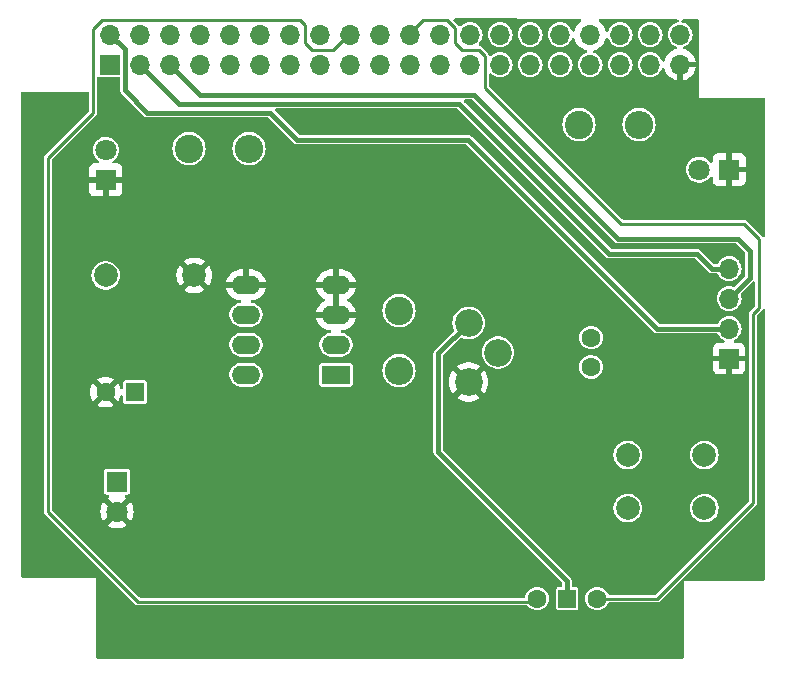
<source format=gbl>
%TF.GenerationSoftware,KiCad,Pcbnew,8.0.8*%
%TF.CreationDate,2025-03-21T11:13:22+02:00*%
%TF.ProjectId,Adacel,41646163-656c-42e6-9b69-6361645f7063,rev?*%
%TF.SameCoordinates,Original*%
%TF.FileFunction,Copper,L2,Bot*%
%TF.FilePolarity,Positive*%
%FSLAX46Y46*%
G04 Gerber Fmt 4.6, Leading zero omitted, Abs format (unit mm)*
G04 Created by KiCad (PCBNEW 8.0.8) date 2025-03-21 11:13:22*
%MOMM*%
%LPD*%
G01*
G04 APERTURE LIST*
%TA.AperFunction,ComponentPad*%
%ADD10C,2.000000*%
%TD*%
%TA.AperFunction,ComponentPad*%
%ADD11R,1.700000X1.700000*%
%TD*%
%TA.AperFunction,ComponentPad*%
%ADD12O,1.700000X1.700000*%
%TD*%
%TA.AperFunction,ComponentPad*%
%ADD13R,1.800000X1.800000*%
%TD*%
%TA.AperFunction,ComponentPad*%
%ADD14C,1.800000*%
%TD*%
%TA.AperFunction,ComponentPad*%
%ADD15C,2.400000*%
%TD*%
%TA.AperFunction,ComponentPad*%
%ADD16O,2.400000X2.400000*%
%TD*%
%TA.AperFunction,ComponentPad*%
%ADD17C,1.600000*%
%TD*%
%TA.AperFunction,ComponentPad*%
%ADD18R,1.600000X1.600000*%
%TD*%
%TA.AperFunction,ComponentPad*%
%ADD19R,2.400000X1.600000*%
%TD*%
%TA.AperFunction,ComponentPad*%
%ADD20O,2.400000X1.600000*%
%TD*%
%TA.AperFunction,ComponentPad*%
%ADD21C,2.340000*%
%TD*%
%TA.AperFunction,ComponentPad*%
%ADD22R,1.500000X1.500000*%
%TD*%
%TA.AperFunction,Conductor*%
%ADD23C,0.400000*%
%TD*%
%TA.AperFunction,Conductor*%
%ADD24C,0.254000*%
%TD*%
G04 APERTURE END LIST*
D10*
X108000000Y-66618000D03*
X115500000Y-66618000D03*
D11*
X160782000Y-73660000D03*
D12*
X160782000Y-71120000D03*
X160782000Y-68580000D03*
X160782000Y-66040000D03*
D13*
X108966000Y-84074000D03*
D14*
X108966000Y-86614000D03*
D15*
X115062000Y-55880000D03*
D16*
X120142000Y-55880000D03*
D13*
X160782000Y-57658000D03*
D14*
X158242000Y-57658000D03*
D17*
X149098000Y-71882000D03*
X149098000Y-74382000D03*
D13*
X108000000Y-58540000D03*
D14*
X108000000Y-56000000D03*
D18*
X110490000Y-76500000D03*
D17*
X107990000Y-76500000D03*
D19*
X127500000Y-75040000D03*
D20*
X127500000Y-72500000D03*
X127500000Y-69960000D03*
X127500000Y-67420000D03*
X119880000Y-67420000D03*
X119880000Y-69960000D03*
X119880000Y-72500000D03*
X119880000Y-75040000D03*
D15*
X132842000Y-69596000D03*
D16*
X132842000Y-74676000D03*
D21*
X138724000Y-70652000D03*
X141224000Y-73152000D03*
X138724000Y-75652000D03*
D17*
X144526000Y-93980000D03*
D22*
X147066000Y-93980000D03*
D17*
X149606000Y-93980000D03*
D10*
X158698000Y-86324000D03*
X152198000Y-86324000D03*
X158698000Y-81824000D03*
X152198000Y-81824000D03*
D15*
X148082000Y-53848000D03*
D16*
X153162000Y-53848000D03*
D11*
X108370000Y-48770000D03*
D12*
X108370000Y-46230000D03*
X110910000Y-48770000D03*
X110910000Y-46230000D03*
X113450000Y-48770000D03*
X113450000Y-46230000D03*
X115990000Y-48770000D03*
X115990000Y-46230000D03*
X118530000Y-48770000D03*
X118530000Y-46230000D03*
X121070000Y-48770000D03*
X121070000Y-46230000D03*
X123610000Y-48770000D03*
X123610000Y-46230000D03*
X126150000Y-48770000D03*
X126150000Y-46230000D03*
X128690000Y-48770000D03*
X128690000Y-46230000D03*
X131230000Y-48770000D03*
X131230000Y-46230000D03*
X133770000Y-48770000D03*
X133770000Y-46230000D03*
X136310000Y-48770000D03*
X136310000Y-46230000D03*
X138850000Y-48770000D03*
X138850000Y-46230000D03*
X141390000Y-48770000D03*
X141390000Y-46230000D03*
X143930000Y-48770000D03*
X143930000Y-46230000D03*
X146470000Y-48770000D03*
X146470000Y-46230000D03*
X149010000Y-48770000D03*
X149010000Y-46230000D03*
X151550000Y-48770000D03*
X151550000Y-46230000D03*
X154090000Y-48770000D03*
X154090000Y-46230000D03*
X156630000Y-48770000D03*
X156630000Y-46230000D03*
D23*
X162560000Y-64516000D02*
X162560000Y-66802000D01*
X151384000Y-63500000D02*
X161544000Y-63500000D01*
X161544000Y-63500000D02*
X162560000Y-64516000D01*
X162560000Y-66802000D02*
X160782000Y-68580000D01*
X139192000Y-51308000D02*
X151384000Y-63500000D01*
X113450000Y-48770000D02*
X115988000Y-51308000D01*
X115988000Y-51308000D02*
X139192000Y-51308000D01*
X138684000Y-55118000D02*
X154686000Y-71120000D01*
X154686000Y-71120000D02*
X160782000Y-71120000D01*
X124206000Y-55118000D02*
X138684000Y-55118000D01*
X111506000Y-52832000D02*
X121920000Y-52832000D01*
X109633194Y-47493194D02*
X109633194Y-50959194D01*
X109633194Y-50959194D02*
X111506000Y-52832000D01*
X121920000Y-52832000D02*
X124206000Y-55118000D01*
X108370000Y-46230000D02*
X109633194Y-47493194D01*
X159318000Y-66040000D02*
X160782000Y-66040000D01*
X158048000Y-64770000D02*
X159318000Y-66040000D01*
X150622000Y-64770000D02*
X158048000Y-64770000D01*
X114210000Y-52070000D02*
X137922000Y-52070000D01*
X110910000Y-48770000D02*
X114210000Y-52070000D01*
X137922000Y-52070000D02*
X150622000Y-64770000D01*
X160782000Y-68104000D02*
X161004000Y-68104000D01*
D24*
X106934000Y-52832000D02*
X103124000Y-56642000D01*
X128522000Y-46230000D02*
X127254000Y-47498000D01*
X124885795Y-46907795D02*
X124885795Y-45383795D01*
X128690000Y-46230000D02*
X128522000Y-46230000D01*
X124460000Y-44958000D02*
X107696000Y-44958000D01*
X103124000Y-86614000D02*
X110744000Y-94234000D01*
X127254000Y-47498000D02*
X125476000Y-47498000D01*
X107696000Y-44958000D02*
X106934000Y-45720000D01*
X124885795Y-45383795D02*
X124460000Y-44958000D01*
X103124000Y-56642000D02*
X103124000Y-86614000D01*
X106934000Y-45720000D02*
X106934000Y-52832000D01*
X144272000Y-94234000D02*
X144526000Y-93980000D01*
X125476000Y-47498000D02*
X124885795Y-46907795D01*
X110744000Y-94234000D02*
X144272000Y-94234000D01*
X139573000Y-47498000D02*
X138176000Y-47498000D01*
X149606000Y-93980000D02*
X154686000Y-93980000D01*
X162052000Y-62230000D02*
X151638000Y-62230000D01*
X134874000Y-44958000D02*
X133770000Y-46062000D01*
X137606807Y-45658807D02*
X136906000Y-44958000D01*
X162814000Y-85852000D02*
X162814000Y-69850000D01*
X163322000Y-69342000D02*
X163322000Y-63500000D01*
X136906000Y-44958000D02*
X134874000Y-44958000D01*
X140139881Y-50731881D02*
X140139881Y-48064881D01*
X138176000Y-47498000D02*
X137606807Y-46928807D01*
X133770000Y-46062000D02*
X133770000Y-46230000D01*
X162814000Y-69850000D02*
X163322000Y-69342000D01*
X151638000Y-62230000D02*
X140139881Y-50731881D01*
X163322000Y-63500000D02*
X162052000Y-62230000D01*
X154686000Y-93980000D02*
X162814000Y-85852000D01*
X137606807Y-46928807D02*
X137606807Y-45658807D01*
X140139881Y-48064881D02*
X139573000Y-47498000D01*
D23*
X138724000Y-70652000D02*
X136144000Y-73232000D01*
X136144000Y-81534000D02*
X147066000Y-92456000D01*
X147066000Y-94394000D02*
X146960000Y-94500000D01*
X147066000Y-92456000D02*
X147066000Y-94394000D01*
X136144000Y-73232000D02*
X136144000Y-81534000D01*
%TA.AperFunction,Conductor*%
G36*
X127750000Y-69644314D02*
G01*
X127745606Y-69639920D01*
X127654394Y-69587259D01*
X127552661Y-69560000D01*
X127447339Y-69560000D01*
X127345606Y-69587259D01*
X127254394Y-69639920D01*
X127250000Y-69644314D01*
X127250000Y-67735686D01*
X127254394Y-67740080D01*
X127345606Y-67792741D01*
X127447339Y-67820000D01*
X127552661Y-67820000D01*
X127654394Y-67792741D01*
X127745606Y-67740080D01*
X127750000Y-67735686D01*
X127750000Y-69644314D01*
G37*
%TD.AperFunction*%
%TA.AperFunction,Conductor*%
G36*
X107432956Y-49805216D02*
G01*
X107441766Y-49808865D01*
X107441769Y-49808867D01*
X107441772Y-49808867D01*
X107441773Y-49808868D01*
X107500247Y-49820499D01*
X107500250Y-49820500D01*
X107500252Y-49820500D01*
X109108694Y-49820500D01*
X109175733Y-49840185D01*
X109221488Y-49892989D01*
X109232694Y-49944500D01*
X109232694Y-51011920D01*
X109259987Y-51113783D01*
X109267323Y-51126489D01*
X109312714Y-51205107D01*
X109312715Y-51205108D01*
X109312716Y-51205109D01*
X111181179Y-53073571D01*
X111181189Y-53073582D01*
X111185519Y-53077912D01*
X111185520Y-53077913D01*
X111260087Y-53152480D01*
X111306283Y-53179151D01*
X111306284Y-53179152D01*
X111351407Y-53205204D01*
X111351410Y-53205206D01*
X111351412Y-53205206D01*
X111351413Y-53205207D01*
X111453273Y-53232501D01*
X111453275Y-53232501D01*
X111566323Y-53232501D01*
X111566339Y-53232500D01*
X121702745Y-53232500D01*
X121769784Y-53252185D01*
X121790426Y-53268819D01*
X123960087Y-55438480D01*
X124051412Y-55491207D01*
X124153273Y-55518500D01*
X124258727Y-55518500D01*
X138466745Y-55518500D01*
X138533784Y-55538185D01*
X138554426Y-55554819D01*
X154365519Y-71365912D01*
X154365520Y-71365913D01*
X154440087Y-71440480D01*
X154531413Y-71493207D01*
X154633273Y-71520500D01*
X159730599Y-71520500D01*
X159797638Y-71540185D01*
X159839957Y-71586046D01*
X159904315Y-71706450D01*
X159904317Y-71706452D01*
X160035589Y-71866410D01*
X160090373Y-71911369D01*
X160195550Y-71997685D01*
X160343267Y-72076642D01*
X160393111Y-72125605D01*
X160408571Y-72193743D01*
X160384739Y-72259422D01*
X160329181Y-72301791D01*
X160284813Y-72310000D01*
X159884155Y-72310000D01*
X159824627Y-72316401D01*
X159824620Y-72316403D01*
X159689913Y-72366645D01*
X159689906Y-72366649D01*
X159574812Y-72452809D01*
X159574809Y-72452812D01*
X159488649Y-72567906D01*
X159488645Y-72567913D01*
X159438403Y-72702620D01*
X159438401Y-72702627D01*
X159432000Y-72762155D01*
X159432000Y-73410000D01*
X160348988Y-73410000D01*
X160316075Y-73467007D01*
X160282000Y-73594174D01*
X160282000Y-73725826D01*
X160316075Y-73852993D01*
X160348988Y-73910000D01*
X159432000Y-73910000D01*
X159432000Y-74557844D01*
X159438401Y-74617372D01*
X159438403Y-74617379D01*
X159488645Y-74752086D01*
X159488649Y-74752093D01*
X159574809Y-74867187D01*
X159574812Y-74867190D01*
X159689906Y-74953350D01*
X159689913Y-74953354D01*
X159824620Y-75003596D01*
X159824627Y-75003598D01*
X159884155Y-75009999D01*
X159884172Y-75010000D01*
X160532000Y-75010000D01*
X160532000Y-74093012D01*
X160589007Y-74125925D01*
X160716174Y-74160000D01*
X160847826Y-74160000D01*
X160974993Y-74125925D01*
X161032000Y-74093012D01*
X161032000Y-75010000D01*
X161679828Y-75010000D01*
X161679844Y-75009999D01*
X161739372Y-75003598D01*
X161739379Y-75003596D01*
X161874086Y-74953354D01*
X161874093Y-74953350D01*
X161989187Y-74867190D01*
X161989190Y-74867187D01*
X162075350Y-74752093D01*
X162075354Y-74752086D01*
X162125596Y-74617379D01*
X162125598Y-74617372D01*
X162131999Y-74557844D01*
X162132000Y-74557827D01*
X162132000Y-73910000D01*
X161215012Y-73910000D01*
X161247925Y-73852993D01*
X161282000Y-73725826D01*
X161282000Y-73594174D01*
X161247925Y-73467007D01*
X161215012Y-73410000D01*
X162132000Y-73410000D01*
X162132000Y-72762172D01*
X162131999Y-72762155D01*
X162125598Y-72702627D01*
X162125596Y-72702620D01*
X162075354Y-72567913D01*
X162075350Y-72567906D01*
X161989190Y-72452812D01*
X161989187Y-72452809D01*
X161874093Y-72366649D01*
X161874086Y-72366645D01*
X161739379Y-72316403D01*
X161739372Y-72316401D01*
X161679844Y-72310000D01*
X161279187Y-72310000D01*
X161212148Y-72290315D01*
X161166393Y-72237511D01*
X161156449Y-72168353D01*
X161185474Y-72104797D01*
X161220733Y-72076642D01*
X161368450Y-71997685D01*
X161528410Y-71866410D01*
X161659685Y-71706450D01*
X161757232Y-71523954D01*
X161817300Y-71325934D01*
X161837583Y-71120000D01*
X161817300Y-70914066D01*
X161757232Y-70716046D01*
X161659685Y-70533550D01*
X161598528Y-70459029D01*
X161528410Y-70373589D01*
X161395907Y-70264848D01*
X161368450Y-70242315D01*
X161185954Y-70144768D01*
X160987934Y-70084700D01*
X160987932Y-70084699D01*
X160987934Y-70084699D01*
X160782000Y-70064417D01*
X160576067Y-70084699D01*
X160378043Y-70144769D01*
X160267898Y-70203643D01*
X160195550Y-70242315D01*
X160195548Y-70242316D01*
X160195547Y-70242317D01*
X160035589Y-70373589D01*
X159904317Y-70533547D01*
X159839957Y-70653954D01*
X159790994Y-70703798D01*
X159730599Y-70719500D01*
X154903255Y-70719500D01*
X154836216Y-70699815D01*
X154815574Y-70683181D01*
X138929915Y-54797522D01*
X138929913Y-54797520D01*
X138884250Y-54771156D01*
X138838589Y-54744793D01*
X138787657Y-54731146D01*
X138736727Y-54717500D01*
X138736726Y-54717500D01*
X124423255Y-54717500D01*
X124356216Y-54697815D01*
X124335574Y-54681181D01*
X122336574Y-52682181D01*
X122303089Y-52620858D01*
X122308073Y-52551166D01*
X122349945Y-52495233D01*
X122415409Y-52470816D01*
X122424255Y-52470500D01*
X137704745Y-52470500D01*
X137771784Y-52490185D01*
X137792426Y-52506819D01*
X150376087Y-65090480D01*
X150467412Y-65143207D01*
X150569273Y-65170500D01*
X150674727Y-65170500D01*
X157830745Y-65170500D01*
X157897784Y-65190185D01*
X157918426Y-65206819D01*
X159072087Y-66360480D01*
X159163412Y-66413207D01*
X159265273Y-66440500D01*
X159370727Y-66440500D01*
X159730599Y-66440500D01*
X159797638Y-66460185D01*
X159839957Y-66506046D01*
X159904315Y-66626450D01*
X159925105Y-66651783D01*
X160035589Y-66786410D01*
X160118835Y-66854727D01*
X160195550Y-66917685D01*
X160378046Y-67015232D01*
X160576066Y-67075300D01*
X160576065Y-67075300D01*
X160594529Y-67077118D01*
X160782000Y-67095583D01*
X160987934Y-67075300D01*
X161185954Y-67015232D01*
X161368450Y-66917685D01*
X161528410Y-66786410D01*
X161659685Y-66626450D01*
X161757232Y-66443954D01*
X161817300Y-66245934D01*
X161837583Y-66040000D01*
X161817300Y-65834066D01*
X161757232Y-65636046D01*
X161659685Y-65453550D01*
X161581223Y-65357943D01*
X161528410Y-65293589D01*
X161402410Y-65190185D01*
X161368450Y-65162315D01*
X161185954Y-65064768D01*
X160987934Y-65004700D01*
X160987932Y-65004699D01*
X160987934Y-65004699D01*
X160782000Y-64984417D01*
X160576067Y-65004699D01*
X160378043Y-65064769D01*
X160278457Y-65118000D01*
X160195550Y-65162315D01*
X160195548Y-65162316D01*
X160195547Y-65162317D01*
X160035589Y-65293589D01*
X159933900Y-65417500D01*
X159904315Y-65453550D01*
X159858773Y-65538752D01*
X159839957Y-65573954D01*
X159790994Y-65623798D01*
X159730599Y-65639500D01*
X159535255Y-65639500D01*
X159468216Y-65619815D01*
X159447574Y-65603181D01*
X158293915Y-64449522D01*
X158293913Y-64449520D01*
X158248250Y-64423156D01*
X158202589Y-64396793D01*
X158151657Y-64383146D01*
X158100727Y-64369500D01*
X158100726Y-64369500D01*
X150839255Y-64369500D01*
X150772216Y-64349815D01*
X150751574Y-64333181D01*
X138338574Y-51920181D01*
X138305089Y-51858858D01*
X138310073Y-51789166D01*
X138351945Y-51733233D01*
X138417409Y-51708816D01*
X138426255Y-51708500D01*
X138974745Y-51708500D01*
X139041784Y-51728185D01*
X139062426Y-51744819D01*
X151059179Y-63741571D01*
X151059189Y-63741582D01*
X151138088Y-63820481D01*
X151183750Y-63846843D01*
X151183752Y-63846845D01*
X151218421Y-63866861D01*
X151229412Y-63873207D01*
X151331273Y-63900501D01*
X151331276Y-63900501D01*
X151444323Y-63900501D01*
X151444339Y-63900500D01*
X161326745Y-63900500D01*
X161393784Y-63920185D01*
X161414426Y-63936819D01*
X162123181Y-64645574D01*
X162156666Y-64706897D01*
X162159500Y-64733255D01*
X162159500Y-66584744D01*
X162139815Y-66651783D01*
X162123181Y-66672425D01*
X161242255Y-67553350D01*
X161180932Y-67586835D01*
X161118579Y-67584330D01*
X161046961Y-67562605D01*
X160987934Y-67544700D01*
X160987932Y-67544699D01*
X160987934Y-67544699D01*
X160782000Y-67524417D01*
X160576067Y-67544699D01*
X160378043Y-67604769D01*
X160267898Y-67663643D01*
X160195550Y-67702315D01*
X160195548Y-67702316D01*
X160195547Y-67702317D01*
X160035589Y-67833589D01*
X159904317Y-67993547D01*
X159904315Y-67993550D01*
X159865643Y-68065898D01*
X159806769Y-68176043D01*
X159746699Y-68374067D01*
X159726417Y-68580000D01*
X159746699Y-68785932D01*
X159746700Y-68785934D01*
X159806768Y-68983954D01*
X159904315Y-69166450D01*
X159904317Y-69166452D01*
X160035589Y-69326410D01*
X160116281Y-69392631D01*
X160195550Y-69457685D01*
X160378046Y-69555232D01*
X160576066Y-69615300D01*
X160576065Y-69615300D01*
X160594529Y-69617118D01*
X160782000Y-69635583D01*
X160987934Y-69615300D01*
X161185954Y-69555232D01*
X161368450Y-69457685D01*
X161528410Y-69326410D01*
X161659685Y-69166450D01*
X161757232Y-68983954D01*
X161817300Y-68785934D01*
X161837583Y-68580000D01*
X161817300Y-68374066D01*
X161777668Y-68243418D01*
X161777045Y-68173553D01*
X161808646Y-68119745D01*
X162782819Y-67145571D01*
X162844142Y-67112087D01*
X162913834Y-67117071D01*
X162969767Y-67158943D01*
X162994184Y-67224407D01*
X162994500Y-67233253D01*
X162994500Y-69154983D01*
X162974815Y-69222022D01*
X162958181Y-69242664D01*
X162551936Y-69648908D01*
X162551934Y-69648911D01*
X162508819Y-69723589D01*
X162508819Y-69723590D01*
X162486843Y-69805606D01*
X162486500Y-69806885D01*
X162486500Y-85664983D01*
X162466815Y-85732022D01*
X162450181Y-85752664D01*
X154586664Y-93616181D01*
X154525341Y-93649666D01*
X154498983Y-93652500D01*
X150639725Y-93652500D01*
X150572686Y-93632815D01*
X150530367Y-93586953D01*
X150441913Y-93421467D01*
X150441909Y-93421460D01*
X150316883Y-93269116D01*
X150164539Y-93144090D01*
X150164532Y-93144086D01*
X149990733Y-93051188D01*
X149990727Y-93051186D01*
X149802132Y-92993976D01*
X149802129Y-92993975D01*
X149606000Y-92974659D01*
X149409870Y-92993975D01*
X149221266Y-93051188D01*
X149047467Y-93144086D01*
X149047460Y-93144090D01*
X148895116Y-93269116D01*
X148770090Y-93421460D01*
X148770086Y-93421467D01*
X148677188Y-93595266D01*
X148619975Y-93783870D01*
X148600659Y-93980000D01*
X148619975Y-94176129D01*
X148677188Y-94364733D01*
X148770086Y-94538532D01*
X148770090Y-94538539D01*
X148895116Y-94690883D01*
X149047460Y-94815909D01*
X149047467Y-94815913D01*
X149221266Y-94908811D01*
X149221269Y-94908811D01*
X149221273Y-94908814D01*
X149409868Y-94966024D01*
X149606000Y-94985341D01*
X149802132Y-94966024D01*
X149990727Y-94908814D01*
X150164538Y-94815910D01*
X150316883Y-94690883D01*
X150441910Y-94538538D01*
X150530367Y-94373047D01*
X150579329Y-94323203D01*
X150639725Y-94307500D01*
X154729114Y-94307500D01*
X154729116Y-94307500D01*
X154812410Y-94285181D01*
X154887090Y-94242065D01*
X156760319Y-92368836D01*
X156821642Y-92335351D01*
X156853121Y-92337602D01*
X156849779Y-92314353D01*
X156878804Y-92250797D01*
X156884836Y-92244319D01*
X157051155Y-92078000D01*
X163076065Y-86053090D01*
X163119181Y-85978410D01*
X163141500Y-85895116D01*
X163141500Y-85808884D01*
X163141500Y-70037017D01*
X163161185Y-69969978D01*
X163177819Y-69949336D01*
X163321549Y-69805606D01*
X163584065Y-69543090D01*
X163598613Y-69517891D01*
X163649180Y-69469676D01*
X163717787Y-69456453D01*
X163782652Y-69482421D01*
X163823180Y-69539335D01*
X163830000Y-69579892D01*
X163830000Y-92332000D01*
X163810315Y-92399039D01*
X163757511Y-92444794D01*
X163706000Y-92456000D01*
X156972517Y-92456000D01*
X156971975Y-92455841D01*
X156972000Y-92456517D01*
X156972000Y-98936000D01*
X156952315Y-99003039D01*
X156899511Y-99048794D01*
X156848000Y-99060000D01*
X107312000Y-99060000D01*
X107244961Y-99040315D01*
X107199206Y-98987511D01*
X107188000Y-98936000D01*
X107188000Y-92202000D01*
X100962000Y-92202000D01*
X100894961Y-92182315D01*
X100849206Y-92129511D01*
X100838000Y-92078000D01*
X100838000Y-51178000D01*
X100857685Y-51110961D01*
X100910489Y-51065206D01*
X100962000Y-51054000D01*
X106482500Y-51054000D01*
X106549539Y-51073685D01*
X106595294Y-51126489D01*
X106606500Y-51178000D01*
X106606500Y-52644983D01*
X106586815Y-52712022D01*
X106570181Y-52732664D01*
X102861936Y-56440908D01*
X102861934Y-56440911D01*
X102818819Y-56515589D01*
X102818819Y-56515590D01*
X102796500Y-56598884D01*
X102796500Y-86570884D01*
X102796500Y-86657116D01*
X102818819Y-86740410D01*
X102861935Y-86815090D01*
X110481935Y-94435090D01*
X110542910Y-94496065D01*
X110617590Y-94539181D01*
X110700884Y-94561500D01*
X143650287Y-94561500D01*
X143717326Y-94581185D01*
X143746140Y-94606835D01*
X143815116Y-94690883D01*
X143967460Y-94815909D01*
X143967467Y-94815913D01*
X144141266Y-94908811D01*
X144141269Y-94908811D01*
X144141273Y-94908814D01*
X144329868Y-94966024D01*
X144526000Y-94985341D01*
X144722132Y-94966024D01*
X144910727Y-94908814D01*
X145084538Y-94815910D01*
X145236883Y-94690883D01*
X145361910Y-94538538D01*
X145454814Y-94364727D01*
X145512024Y-94176132D01*
X145531341Y-93980000D01*
X145512024Y-93783868D01*
X145454814Y-93595273D01*
X145454811Y-93595269D01*
X145454811Y-93595266D01*
X145361913Y-93421467D01*
X145361909Y-93421460D01*
X145236883Y-93269116D01*
X145084539Y-93144090D01*
X145084532Y-93144086D01*
X144910733Y-93051188D01*
X144910727Y-93051186D01*
X144722132Y-92993976D01*
X144722129Y-92993975D01*
X144526000Y-92974659D01*
X144329870Y-92993975D01*
X144141266Y-93051188D01*
X143967467Y-93144086D01*
X143967460Y-93144090D01*
X143815116Y-93269116D01*
X143690090Y-93421460D01*
X143690086Y-93421467D01*
X143597188Y-93595266D01*
X143539975Y-93783871D01*
X143538914Y-93794651D01*
X143512755Y-93859439D01*
X143455721Y-93899799D01*
X143415511Y-93906500D01*
X110931017Y-93906500D01*
X110863978Y-93886815D01*
X110843336Y-93870181D01*
X103587149Y-86613994D01*
X107561202Y-86613994D01*
X107561202Y-86614005D01*
X107580361Y-86845218D01*
X107637317Y-87070135D01*
X107730516Y-87282609D01*
X107814811Y-87411633D01*
X108523861Y-86702584D01*
X108546667Y-86787694D01*
X108605910Y-86890306D01*
X108689694Y-86974090D01*
X108792306Y-87033333D01*
X108877414Y-87056138D01*
X108167201Y-87766351D01*
X108197649Y-87790050D01*
X108401697Y-87900476D01*
X108401706Y-87900479D01*
X108621139Y-87975811D01*
X108849993Y-88014000D01*
X109082007Y-88014000D01*
X109310860Y-87975811D01*
X109530293Y-87900479D01*
X109530301Y-87900476D01*
X109734355Y-87790047D01*
X109764797Y-87766351D01*
X109764798Y-87766350D01*
X109054585Y-87056137D01*
X109139694Y-87033333D01*
X109242306Y-86974090D01*
X109326090Y-86890306D01*
X109385333Y-86787694D01*
X109408137Y-86702585D01*
X110117186Y-87411634D01*
X110201484Y-87282606D01*
X110294682Y-87070135D01*
X110351638Y-86845218D01*
X110370798Y-86614005D01*
X110370798Y-86613994D01*
X110351638Y-86382781D01*
X110294682Y-86157864D01*
X110201483Y-85945390D01*
X110117186Y-85816364D01*
X109408137Y-86525413D01*
X109385333Y-86440306D01*
X109326090Y-86337694D01*
X109242306Y-86253910D01*
X109139694Y-86194667D01*
X109054584Y-86171861D01*
X109764797Y-85461647D01*
X109764797Y-85461645D01*
X109734360Y-85437955D01*
X109734349Y-85437948D01*
X109678187Y-85407555D01*
X109628596Y-85358336D01*
X109613488Y-85290119D01*
X109637658Y-85224563D01*
X109693434Y-85182482D01*
X109737204Y-85174500D01*
X109885750Y-85174500D01*
X109885751Y-85174499D01*
X109900568Y-85171552D01*
X109944229Y-85162868D01*
X109944229Y-85162867D01*
X109944231Y-85162867D01*
X110010552Y-85118552D01*
X110054867Y-85052231D01*
X110054867Y-85052229D01*
X110054868Y-85052229D01*
X110066499Y-84993752D01*
X110066500Y-84993750D01*
X110066500Y-83154249D01*
X110066499Y-83154247D01*
X110054868Y-83095770D01*
X110054867Y-83095769D01*
X110010552Y-83029447D01*
X109944230Y-82985132D01*
X109944229Y-82985131D01*
X109885752Y-82973500D01*
X109885748Y-82973500D01*
X108046252Y-82973500D01*
X108046247Y-82973500D01*
X107987770Y-82985131D01*
X107987769Y-82985132D01*
X107921447Y-83029447D01*
X107877132Y-83095769D01*
X107877131Y-83095770D01*
X107865500Y-83154247D01*
X107865500Y-84993752D01*
X107877131Y-85052229D01*
X107877132Y-85052230D01*
X107921447Y-85118552D01*
X107987769Y-85162867D01*
X107987770Y-85162868D01*
X108046247Y-85174499D01*
X108046250Y-85174500D01*
X108194796Y-85174500D01*
X108261835Y-85194185D01*
X108307590Y-85246989D01*
X108317534Y-85316147D01*
X108288509Y-85379703D01*
X108253813Y-85407555D01*
X108197652Y-85437947D01*
X108167200Y-85461647D01*
X108877415Y-86171861D01*
X108792306Y-86194667D01*
X108689694Y-86253910D01*
X108605910Y-86337694D01*
X108546667Y-86440306D01*
X108523861Y-86525414D01*
X107814812Y-85816365D01*
X107730516Y-85945391D01*
X107730514Y-85945395D01*
X107637317Y-86157864D01*
X107580361Y-86382781D01*
X107561202Y-86613994D01*
X103587149Y-86613994D01*
X103487819Y-86514664D01*
X103454334Y-86453341D01*
X103451500Y-86426983D01*
X103451500Y-76499997D01*
X106685034Y-76499997D01*
X106685034Y-76500002D01*
X106704858Y-76726599D01*
X106704860Y-76726610D01*
X106763730Y-76946317D01*
X106763735Y-76946331D01*
X106859863Y-77152478D01*
X106910974Y-77225472D01*
X107590000Y-76546446D01*
X107590000Y-76552661D01*
X107617259Y-76654394D01*
X107669920Y-76745606D01*
X107744394Y-76820080D01*
X107835606Y-76872741D01*
X107937339Y-76900000D01*
X107943553Y-76900000D01*
X107264526Y-77579025D01*
X107337513Y-77630132D01*
X107337521Y-77630136D01*
X107543668Y-77726264D01*
X107543682Y-77726269D01*
X107763389Y-77785139D01*
X107763400Y-77785141D01*
X107989998Y-77804966D01*
X107990002Y-77804966D01*
X108216599Y-77785141D01*
X108216610Y-77785139D01*
X108436317Y-77726269D01*
X108436331Y-77726264D01*
X108642478Y-77630136D01*
X108715471Y-77579024D01*
X108036447Y-76900000D01*
X108042661Y-76900000D01*
X108144394Y-76872741D01*
X108235606Y-76820080D01*
X108310080Y-76745606D01*
X108362741Y-76654394D01*
X108390000Y-76552661D01*
X108390000Y-76546447D01*
X109069024Y-77225471D01*
X109120136Y-77152478D01*
X109216264Y-76946331D01*
X109216269Y-76946317D01*
X109245725Y-76836387D01*
X109282090Y-76776726D01*
X109344937Y-76746197D01*
X109414312Y-76754492D01*
X109468190Y-76798977D01*
X109489465Y-76865529D01*
X109489500Y-76868480D01*
X109489500Y-77319752D01*
X109501131Y-77378229D01*
X109501132Y-77378230D01*
X109545447Y-77444552D01*
X109611769Y-77488867D01*
X109611770Y-77488868D01*
X109670247Y-77500499D01*
X109670250Y-77500500D01*
X109670252Y-77500500D01*
X111309750Y-77500500D01*
X111309751Y-77500499D01*
X111324568Y-77497552D01*
X111368229Y-77488868D01*
X111368229Y-77488867D01*
X111368231Y-77488867D01*
X111434552Y-77444552D01*
X111478867Y-77378231D01*
X111478867Y-77378229D01*
X111478868Y-77378229D01*
X111490499Y-77319752D01*
X111490500Y-77319750D01*
X111490500Y-75680249D01*
X111490499Y-75680247D01*
X111478868Y-75621770D01*
X111478867Y-75621769D01*
X111434552Y-75555447D01*
X111368230Y-75511132D01*
X111368229Y-75511131D01*
X111309752Y-75499500D01*
X111309748Y-75499500D01*
X109670252Y-75499500D01*
X109670247Y-75499500D01*
X109611770Y-75511131D01*
X109611769Y-75511132D01*
X109545447Y-75555447D01*
X109501132Y-75621769D01*
X109501131Y-75621770D01*
X109489500Y-75680247D01*
X109489500Y-76131519D01*
X109469815Y-76198558D01*
X109417011Y-76244313D01*
X109347853Y-76254257D01*
X109284297Y-76225232D01*
X109246523Y-76166454D01*
X109245725Y-76163613D01*
X109216268Y-76053679D01*
X109216264Y-76053668D01*
X109120136Y-75847521D01*
X109120132Y-75847513D01*
X109069025Y-75774526D01*
X108390000Y-76453551D01*
X108390000Y-76447339D01*
X108362741Y-76345606D01*
X108310080Y-76254394D01*
X108235606Y-76179920D01*
X108144394Y-76127259D01*
X108042661Y-76100000D01*
X108036445Y-76100000D01*
X108715472Y-75420974D01*
X108642478Y-75369863D01*
X108436331Y-75273735D01*
X108436317Y-75273730D01*
X108216610Y-75214860D01*
X108216599Y-75214858D01*
X107990002Y-75195034D01*
X107989998Y-75195034D01*
X107763400Y-75214858D01*
X107763389Y-75214860D01*
X107543682Y-75273730D01*
X107543673Y-75273734D01*
X107337516Y-75369866D01*
X107337512Y-75369868D01*
X107264526Y-75420973D01*
X107264526Y-75420974D01*
X107943553Y-76100000D01*
X107937339Y-76100000D01*
X107835606Y-76127259D01*
X107744394Y-76179920D01*
X107669920Y-76254394D01*
X107617259Y-76345606D01*
X107590000Y-76447339D01*
X107590000Y-76453552D01*
X106910974Y-75774526D01*
X106910973Y-75774526D01*
X106859868Y-75847512D01*
X106859866Y-75847516D01*
X106763734Y-76053673D01*
X106763730Y-76053682D01*
X106704860Y-76273389D01*
X106704858Y-76273400D01*
X106685034Y-76499997D01*
X103451500Y-76499997D01*
X103451500Y-75138543D01*
X118479499Y-75138543D01*
X118517947Y-75331829D01*
X118517950Y-75331839D01*
X118593364Y-75513907D01*
X118593371Y-75513920D01*
X118702860Y-75677781D01*
X118702863Y-75677785D01*
X118842214Y-75817136D01*
X118842218Y-75817139D01*
X119006079Y-75926628D01*
X119006092Y-75926635D01*
X119145918Y-75984552D01*
X119188165Y-76002051D01*
X119188169Y-76002051D01*
X119188170Y-76002052D01*
X119381456Y-76040500D01*
X119381459Y-76040500D01*
X120378543Y-76040500D01*
X120554229Y-76005553D01*
X120571835Y-76002051D01*
X120753914Y-75926632D01*
X120917782Y-75817139D01*
X121057139Y-75677782D01*
X121166632Y-75513914D01*
X121242051Y-75331835D01*
X121264712Y-75217913D01*
X121280500Y-75138543D01*
X121280500Y-74941456D01*
X121242052Y-74748170D01*
X121242051Y-74748169D01*
X121242051Y-74748165D01*
X121242049Y-74748160D01*
X121166635Y-74566092D01*
X121166628Y-74566079D01*
X121057139Y-74402218D01*
X121057136Y-74402214D01*
X120917785Y-74262863D01*
X120917781Y-74262860D01*
X120854006Y-74220247D01*
X126099500Y-74220247D01*
X126099500Y-75859752D01*
X126111131Y-75918229D01*
X126111132Y-75918230D01*
X126155447Y-75984552D01*
X126221769Y-76028867D01*
X126221770Y-76028868D01*
X126280247Y-76040499D01*
X126280250Y-76040500D01*
X126280252Y-76040500D01*
X128719750Y-76040500D01*
X128719751Y-76040499D01*
X128734568Y-76037552D01*
X128778229Y-76028868D01*
X128778229Y-76028867D01*
X128778231Y-76028867D01*
X128844552Y-75984552D01*
X128888867Y-75918231D01*
X128888867Y-75918229D01*
X128888868Y-75918229D01*
X128900499Y-75859752D01*
X128900500Y-75859750D01*
X128900500Y-74675993D01*
X131436700Y-74675993D01*
X131436700Y-74676006D01*
X131455864Y-74907297D01*
X131455866Y-74907308D01*
X131512842Y-75132300D01*
X131606075Y-75344848D01*
X131733016Y-75539147D01*
X131733019Y-75539151D01*
X131733021Y-75539153D01*
X131890216Y-75709913D01*
X131890219Y-75709915D01*
X131890222Y-75709918D01*
X132073365Y-75852464D01*
X132073371Y-75852468D01*
X132073374Y-75852470D01*
X132277497Y-75962936D01*
X132391429Y-76002049D01*
X132497015Y-76038297D01*
X132497017Y-76038297D01*
X132497019Y-76038298D01*
X132725951Y-76076500D01*
X132725952Y-76076500D01*
X132958048Y-76076500D01*
X132958049Y-76076500D01*
X133186981Y-76038298D01*
X133406503Y-75962936D01*
X133610626Y-75852470D01*
X133624595Y-75841598D01*
X133710769Y-75774526D01*
X133793784Y-75709913D01*
X133950979Y-75539153D01*
X134077924Y-75344849D01*
X134171157Y-75132300D01*
X134228134Y-74907305D01*
X134231458Y-74867190D01*
X134247300Y-74676006D01*
X134247300Y-74675993D01*
X134228135Y-74444702D01*
X134228133Y-74444691D01*
X134171157Y-74219699D01*
X134077924Y-74007151D01*
X133950983Y-73812852D01*
X133950980Y-73812849D01*
X133950979Y-73812847D01*
X133793784Y-73642087D01*
X133793779Y-73642083D01*
X133793777Y-73642081D01*
X133610634Y-73499535D01*
X133610628Y-73499531D01*
X133406504Y-73389064D01*
X133406495Y-73389061D01*
X133186984Y-73313702D01*
X133015282Y-73285050D01*
X132958049Y-73275500D01*
X132725951Y-73275500D01*
X132680164Y-73283140D01*
X132497015Y-73313702D01*
X132277504Y-73389061D01*
X132277495Y-73389064D01*
X132073371Y-73499531D01*
X132073365Y-73499535D01*
X131890222Y-73642081D01*
X131890219Y-73642084D01*
X131733016Y-73812852D01*
X131606075Y-74007151D01*
X131512842Y-74219699D01*
X131455866Y-74444691D01*
X131455864Y-74444702D01*
X131436700Y-74675993D01*
X128900500Y-74675993D01*
X128900500Y-74220249D01*
X128900499Y-74220247D01*
X128888868Y-74161770D01*
X128888867Y-74161769D01*
X128844552Y-74095447D01*
X128778230Y-74051132D01*
X128778229Y-74051131D01*
X128719752Y-74039500D01*
X128719748Y-74039500D01*
X126280252Y-74039500D01*
X126280247Y-74039500D01*
X126221770Y-74051131D01*
X126221769Y-74051132D01*
X126155447Y-74095447D01*
X126111132Y-74161769D01*
X126111131Y-74161770D01*
X126099500Y-74220247D01*
X120854006Y-74220247D01*
X120753920Y-74153371D01*
X120753907Y-74153364D01*
X120571839Y-74077950D01*
X120571829Y-74077947D01*
X120378543Y-74039500D01*
X120378541Y-74039500D01*
X119381459Y-74039500D01*
X119381457Y-74039500D01*
X119188170Y-74077947D01*
X119188160Y-74077950D01*
X119006092Y-74153364D01*
X119006079Y-74153371D01*
X118842218Y-74262860D01*
X118842214Y-74262863D01*
X118702863Y-74402214D01*
X118702860Y-74402218D01*
X118593371Y-74566079D01*
X118593364Y-74566092D01*
X118517950Y-74748160D01*
X118517947Y-74748170D01*
X118479500Y-74941456D01*
X118479500Y-74941459D01*
X118479500Y-75138541D01*
X118479500Y-75138543D01*
X118479499Y-75138543D01*
X103451500Y-75138543D01*
X103451500Y-72598543D01*
X118479499Y-72598543D01*
X118517947Y-72791829D01*
X118517950Y-72791839D01*
X118593364Y-72973907D01*
X118593371Y-72973920D01*
X118702860Y-73137781D01*
X118702863Y-73137785D01*
X118842214Y-73277136D01*
X118842218Y-73277139D01*
X119006079Y-73386628D01*
X119006092Y-73386635D01*
X119188160Y-73462049D01*
X119188165Y-73462051D01*
X119188169Y-73462051D01*
X119188170Y-73462052D01*
X119381456Y-73500500D01*
X119381459Y-73500500D01*
X120378543Y-73500500D01*
X120508582Y-73474632D01*
X120571835Y-73462051D01*
X120726727Y-73397893D01*
X120753907Y-73386635D01*
X120753907Y-73386634D01*
X120753914Y-73386632D01*
X120917782Y-73277139D01*
X121057139Y-73137782D01*
X121166632Y-72973914D01*
X121242051Y-72791835D01*
X121259229Y-72705475D01*
X121280500Y-72598543D01*
X121280500Y-72401456D01*
X121242052Y-72208170D01*
X121242051Y-72208169D01*
X121242051Y-72208165D01*
X121228555Y-72175583D01*
X121166635Y-72026092D01*
X121166628Y-72026079D01*
X121057139Y-71862218D01*
X121057136Y-71862214D01*
X120917785Y-71722863D01*
X120917781Y-71722860D01*
X120753920Y-71613371D01*
X120753907Y-71613364D01*
X120571839Y-71537950D01*
X120571829Y-71537947D01*
X120378543Y-71499500D01*
X120378541Y-71499500D01*
X119381459Y-71499500D01*
X119381457Y-71499500D01*
X119188170Y-71537947D01*
X119188160Y-71537950D01*
X119006092Y-71613364D01*
X119006079Y-71613371D01*
X118842218Y-71722860D01*
X118842214Y-71722863D01*
X118702863Y-71862214D01*
X118702860Y-71862218D01*
X118593371Y-72026079D01*
X118593364Y-72026092D01*
X118517950Y-72208160D01*
X118517947Y-72208170D01*
X118479500Y-72401456D01*
X118479500Y-72401459D01*
X118479500Y-72598541D01*
X118479500Y-72598543D01*
X118479499Y-72598543D01*
X103451500Y-72598543D01*
X103451500Y-66617999D01*
X106794357Y-66617999D01*
X106794357Y-66618000D01*
X106814884Y-66839535D01*
X106814885Y-66839537D01*
X106875769Y-67053523D01*
X106875775Y-67053538D01*
X106974938Y-67252683D01*
X106974943Y-67252691D01*
X107109020Y-67430238D01*
X107273437Y-67580123D01*
X107273439Y-67580125D01*
X107462595Y-67697245D01*
X107462596Y-67697245D01*
X107462599Y-67697247D01*
X107670060Y-67777618D01*
X107888757Y-67818500D01*
X107888759Y-67818500D01*
X108111241Y-67818500D01*
X108111243Y-67818500D01*
X108329940Y-67777618D01*
X108537401Y-67697247D01*
X108726562Y-67580124D01*
X108890981Y-67430236D01*
X109025058Y-67252689D01*
X109124229Y-67053528D01*
X109185115Y-66839536D01*
X109205643Y-66618000D01*
X109205642Y-66617994D01*
X113994859Y-66617994D01*
X113994859Y-66618005D01*
X114015385Y-66865729D01*
X114015387Y-66865738D01*
X114076412Y-67106717D01*
X114176267Y-67334367D01*
X114276562Y-67487881D01*
X115017037Y-66747408D01*
X115034075Y-66810993D01*
X115099901Y-66925007D01*
X115192993Y-67018099D01*
X115307007Y-67083925D01*
X115370591Y-67100962D01*
X114629943Y-67841609D01*
X114676768Y-67878055D01*
X114676771Y-67878057D01*
X114895385Y-67996364D01*
X114895396Y-67996369D01*
X115130506Y-68077083D01*
X115375707Y-68118000D01*
X115624293Y-68118000D01*
X115869493Y-68077083D01*
X116104603Y-67996369D01*
X116104614Y-67996364D01*
X116323230Y-67878056D01*
X116323236Y-67878051D01*
X116370055Y-67841610D01*
X116370056Y-67841609D01*
X115629408Y-67100962D01*
X115692993Y-67083925D01*
X115807007Y-67018099D01*
X115900099Y-66925007D01*
X115965925Y-66810993D01*
X115982962Y-66747408D01*
X116723435Y-67487882D01*
X116823733Y-67334364D01*
X116895829Y-67170000D01*
X118203391Y-67170000D01*
X119564314Y-67170000D01*
X119559920Y-67174394D01*
X119507259Y-67265606D01*
X119480000Y-67367339D01*
X119480000Y-67472661D01*
X119507259Y-67574394D01*
X119559920Y-67665606D01*
X119564314Y-67670000D01*
X118203391Y-67670000D01*
X118212009Y-67724413D01*
X118275244Y-67919029D01*
X118368140Y-68101349D01*
X118488417Y-68266894D01*
X118488417Y-68266895D01*
X118633104Y-68411582D01*
X118798650Y-68531859D01*
X118980968Y-68624755D01*
X119175582Y-68687990D01*
X119364268Y-68717875D01*
X119427403Y-68747804D01*
X119464334Y-68807116D01*
X119463336Y-68876978D01*
X119424726Y-68935211D01*
X119369062Y-68961965D01*
X119188170Y-68997947D01*
X119188160Y-68997950D01*
X119006092Y-69073364D01*
X119006079Y-69073371D01*
X118842218Y-69182860D01*
X118842214Y-69182863D01*
X118702863Y-69322214D01*
X118702860Y-69322218D01*
X118593371Y-69486079D01*
X118593364Y-69486092D01*
X118517950Y-69668160D01*
X118517947Y-69668170D01*
X118479500Y-69861456D01*
X118479500Y-69861459D01*
X118479500Y-70058541D01*
X118479500Y-70058543D01*
X118479499Y-70058543D01*
X118517947Y-70251829D01*
X118517950Y-70251839D01*
X118593364Y-70433907D01*
X118593371Y-70433920D01*
X118702860Y-70597781D01*
X118702863Y-70597785D01*
X118842214Y-70737136D01*
X118842218Y-70737139D01*
X119006079Y-70846628D01*
X119006092Y-70846635D01*
X119188160Y-70922049D01*
X119188165Y-70922051D01*
X119188169Y-70922051D01*
X119188170Y-70922052D01*
X119381456Y-70960500D01*
X119381459Y-70960500D01*
X120378543Y-70960500D01*
X120508582Y-70934632D01*
X120571835Y-70922051D01*
X120753914Y-70846632D01*
X120917782Y-70737139D01*
X121057139Y-70597782D01*
X121166632Y-70433914D01*
X121242051Y-70251835D01*
X121275297Y-70084699D01*
X121280500Y-70058543D01*
X121280500Y-69861456D01*
X121242052Y-69668170D01*
X121242051Y-69668169D01*
X121242051Y-69668165D01*
X121208539Y-69587259D01*
X121166635Y-69486092D01*
X121166628Y-69486079D01*
X121057139Y-69322218D01*
X121057136Y-69322214D01*
X120917785Y-69182863D01*
X120917781Y-69182860D01*
X120753920Y-69073371D01*
X120753907Y-69073364D01*
X120571839Y-68997950D01*
X120571829Y-68997947D01*
X120390937Y-68961965D01*
X120329026Y-68929580D01*
X120294452Y-68868864D01*
X120298192Y-68799095D01*
X120339059Y-68742423D01*
X120395731Y-68717875D01*
X120584417Y-68687990D01*
X120779031Y-68624755D01*
X120961349Y-68531859D01*
X121126894Y-68411582D01*
X121126895Y-68411582D01*
X121271582Y-68266895D01*
X121271582Y-68266894D01*
X121391859Y-68101349D01*
X121484755Y-67919029D01*
X121547990Y-67724413D01*
X121556609Y-67670000D01*
X120195686Y-67670000D01*
X120200080Y-67665606D01*
X120252741Y-67574394D01*
X120280000Y-67472661D01*
X120280000Y-67367339D01*
X120252741Y-67265606D01*
X120200080Y-67174394D01*
X120195686Y-67170000D01*
X121556609Y-67170000D01*
X125823391Y-67170000D01*
X127184314Y-67170000D01*
X127179920Y-67174394D01*
X127127259Y-67265606D01*
X127100000Y-67367339D01*
X127100000Y-67472661D01*
X127127259Y-67574394D01*
X127179920Y-67665606D01*
X127184314Y-67670000D01*
X125823391Y-67670000D01*
X125832009Y-67724413D01*
X125895244Y-67919029D01*
X125988140Y-68101349D01*
X126108417Y-68266894D01*
X126108417Y-68266895D01*
X126253104Y-68411582D01*
X126418650Y-68531859D01*
X126512179Y-68579515D01*
X126562975Y-68627490D01*
X126579770Y-68695311D01*
X126557232Y-68761446D01*
X126512179Y-68800485D01*
X126418650Y-68848140D01*
X126253105Y-68968417D01*
X126253104Y-68968417D01*
X126108417Y-69113104D01*
X126108417Y-69113105D01*
X125988140Y-69278650D01*
X125895244Y-69460970D01*
X125832009Y-69655586D01*
X125823391Y-69710000D01*
X127184314Y-69710000D01*
X127179920Y-69714394D01*
X127127259Y-69805606D01*
X127100000Y-69907339D01*
X127100000Y-70012661D01*
X127127259Y-70114394D01*
X127179920Y-70205606D01*
X127184314Y-70210000D01*
X125823391Y-70210000D01*
X125832009Y-70264413D01*
X125895244Y-70459029D01*
X125988140Y-70641349D01*
X126108417Y-70806894D01*
X126108417Y-70806895D01*
X126253104Y-70951582D01*
X126418650Y-71071859D01*
X126600968Y-71164755D01*
X126795582Y-71227990D01*
X126984268Y-71257875D01*
X127047403Y-71287804D01*
X127084334Y-71347116D01*
X127083336Y-71416978D01*
X127044726Y-71475211D01*
X126989062Y-71501965D01*
X126808170Y-71537947D01*
X126808160Y-71537950D01*
X126626092Y-71613364D01*
X126626079Y-71613371D01*
X126462218Y-71722860D01*
X126462214Y-71722863D01*
X126322863Y-71862214D01*
X126322860Y-71862218D01*
X126213371Y-72026079D01*
X126213364Y-72026092D01*
X126137950Y-72208160D01*
X126137947Y-72208170D01*
X126099500Y-72401456D01*
X126099500Y-72401459D01*
X126099500Y-72598541D01*
X126099500Y-72598543D01*
X126099499Y-72598543D01*
X126137947Y-72791829D01*
X126137950Y-72791839D01*
X126213364Y-72973907D01*
X126213371Y-72973920D01*
X126322860Y-73137781D01*
X126322863Y-73137785D01*
X126462214Y-73277136D01*
X126462218Y-73277139D01*
X126626079Y-73386628D01*
X126626092Y-73386635D01*
X126808160Y-73462049D01*
X126808165Y-73462051D01*
X126808169Y-73462051D01*
X126808170Y-73462052D01*
X127001456Y-73500500D01*
X127001459Y-73500500D01*
X127998543Y-73500500D01*
X128128582Y-73474632D01*
X128191835Y-73462051D01*
X128346727Y-73397893D01*
X128373907Y-73386635D01*
X128373907Y-73386634D01*
X128373914Y-73386632D01*
X128537782Y-73277139D01*
X128635648Y-73179273D01*
X135743500Y-73179273D01*
X135743500Y-81586726D01*
X135770793Y-81688589D01*
X135797156Y-81734250D01*
X135823520Y-81779913D01*
X135823521Y-81779914D01*
X135823522Y-81779915D01*
X146629181Y-92585573D01*
X146662666Y-92646896D01*
X146665500Y-92673254D01*
X146665500Y-92905500D01*
X146645815Y-92972539D01*
X146593011Y-93018294D01*
X146541500Y-93029500D01*
X146296247Y-93029500D01*
X146237770Y-93041131D01*
X146237769Y-93041132D01*
X146171447Y-93085447D01*
X146127132Y-93151769D01*
X146127131Y-93151770D01*
X146115500Y-93210247D01*
X146115500Y-94749752D01*
X146127131Y-94808229D01*
X146127132Y-94808230D01*
X146171447Y-94874552D01*
X146237769Y-94918867D01*
X146237770Y-94918868D01*
X146296247Y-94930499D01*
X146296250Y-94930500D01*
X146296252Y-94930500D01*
X147835750Y-94930500D01*
X147835751Y-94930499D01*
X147850568Y-94927552D01*
X147894229Y-94918868D01*
X147894229Y-94918867D01*
X147894231Y-94918867D01*
X147960552Y-94874552D01*
X148004867Y-94808231D01*
X148004867Y-94808229D01*
X148004868Y-94808229D01*
X148016499Y-94749752D01*
X148016500Y-94749750D01*
X148016500Y-93210249D01*
X148016499Y-93210247D01*
X148004868Y-93151770D01*
X148004867Y-93151769D01*
X147960552Y-93085447D01*
X147894230Y-93041132D01*
X147894229Y-93041131D01*
X147835752Y-93029500D01*
X147835748Y-93029500D01*
X147590500Y-93029500D01*
X147523461Y-93009815D01*
X147477706Y-92957011D01*
X147466500Y-92905500D01*
X147466500Y-92518729D01*
X147466501Y-92518716D01*
X147466501Y-92403276D01*
X147466501Y-92403274D01*
X147439207Y-92301413D01*
X147386480Y-92210087D01*
X147311913Y-92135520D01*
X147311912Y-92135519D01*
X147307582Y-92131189D01*
X147307571Y-92131179D01*
X141500392Y-86323999D01*
X150992357Y-86323999D01*
X150992357Y-86324000D01*
X151012884Y-86545535D01*
X151012885Y-86545537D01*
X151073769Y-86759523D01*
X151073775Y-86759538D01*
X151172938Y-86958683D01*
X151172943Y-86958691D01*
X151307020Y-87136238D01*
X151471437Y-87286123D01*
X151471439Y-87286125D01*
X151660595Y-87403245D01*
X151660596Y-87403245D01*
X151660599Y-87403247D01*
X151868060Y-87483618D01*
X152086757Y-87524500D01*
X152086759Y-87524500D01*
X152309241Y-87524500D01*
X152309243Y-87524500D01*
X152527940Y-87483618D01*
X152735401Y-87403247D01*
X152924562Y-87286124D01*
X153088981Y-87136236D01*
X153223058Y-86958689D01*
X153322229Y-86759528D01*
X153383115Y-86545536D01*
X153403643Y-86324000D01*
X153403643Y-86323999D01*
X157492357Y-86323999D01*
X157492357Y-86324000D01*
X157512884Y-86545535D01*
X157512885Y-86545537D01*
X157573769Y-86759523D01*
X157573775Y-86759538D01*
X157672938Y-86958683D01*
X157672943Y-86958691D01*
X157807020Y-87136238D01*
X157971437Y-87286123D01*
X157971439Y-87286125D01*
X158160595Y-87403245D01*
X158160596Y-87403245D01*
X158160599Y-87403247D01*
X158368060Y-87483618D01*
X158586757Y-87524500D01*
X158586759Y-87524500D01*
X158809241Y-87524500D01*
X158809243Y-87524500D01*
X159027940Y-87483618D01*
X159235401Y-87403247D01*
X159424562Y-87286124D01*
X159588981Y-87136236D01*
X159723058Y-86958689D01*
X159822229Y-86759528D01*
X159883115Y-86545536D01*
X159903643Y-86324000D01*
X159888248Y-86157864D01*
X159883115Y-86102464D01*
X159883114Y-86102462D01*
X159847818Y-85978410D01*
X159822229Y-85888472D01*
X159786324Y-85816365D01*
X159723061Y-85689316D01*
X159723056Y-85689308D01*
X159588979Y-85511761D01*
X159424562Y-85361876D01*
X159424560Y-85361874D01*
X159235404Y-85244754D01*
X159235398Y-85244752D01*
X159027940Y-85164382D01*
X158809243Y-85123500D01*
X158586757Y-85123500D01*
X158368060Y-85164382D01*
X158321339Y-85182482D01*
X158160601Y-85244752D01*
X158160595Y-85244754D01*
X157971439Y-85361874D01*
X157971437Y-85361876D01*
X157807020Y-85511761D01*
X157672943Y-85689308D01*
X157672938Y-85689316D01*
X157573775Y-85888461D01*
X157573769Y-85888476D01*
X157512885Y-86102462D01*
X157512884Y-86102464D01*
X157492357Y-86323999D01*
X153403643Y-86323999D01*
X153388248Y-86157864D01*
X153383115Y-86102464D01*
X153383114Y-86102462D01*
X153347818Y-85978410D01*
X153322229Y-85888472D01*
X153286324Y-85816365D01*
X153223061Y-85689316D01*
X153223056Y-85689308D01*
X153088979Y-85511761D01*
X152924562Y-85361876D01*
X152924560Y-85361874D01*
X152735404Y-85244754D01*
X152735398Y-85244752D01*
X152527940Y-85164382D01*
X152309243Y-85123500D01*
X152086757Y-85123500D01*
X151868060Y-85164382D01*
X151821339Y-85182482D01*
X151660601Y-85244752D01*
X151660595Y-85244754D01*
X151471439Y-85361874D01*
X151471437Y-85361876D01*
X151307020Y-85511761D01*
X151172943Y-85689308D01*
X151172938Y-85689316D01*
X151073775Y-85888461D01*
X151073769Y-85888476D01*
X151012885Y-86102462D01*
X151012884Y-86102464D01*
X150992357Y-86323999D01*
X141500392Y-86323999D01*
X137000392Y-81823999D01*
X150992357Y-81823999D01*
X150992357Y-81824000D01*
X151012884Y-82045535D01*
X151012885Y-82045537D01*
X151073769Y-82259523D01*
X151073775Y-82259538D01*
X151172938Y-82458683D01*
X151172943Y-82458691D01*
X151307020Y-82636238D01*
X151471437Y-82786123D01*
X151471439Y-82786125D01*
X151660595Y-82903245D01*
X151660596Y-82903245D01*
X151660599Y-82903247D01*
X151868060Y-82983618D01*
X152086757Y-83024500D01*
X152086759Y-83024500D01*
X152309241Y-83024500D01*
X152309243Y-83024500D01*
X152527940Y-82983618D01*
X152735401Y-82903247D01*
X152924562Y-82786124D01*
X153088981Y-82636236D01*
X153223058Y-82458689D01*
X153322229Y-82259528D01*
X153383115Y-82045536D01*
X153403643Y-81824000D01*
X153403643Y-81823999D01*
X157492357Y-81823999D01*
X157492357Y-81824000D01*
X157512884Y-82045535D01*
X157512885Y-82045537D01*
X157573769Y-82259523D01*
X157573775Y-82259538D01*
X157672938Y-82458683D01*
X157672943Y-82458691D01*
X157807020Y-82636238D01*
X157971437Y-82786123D01*
X157971439Y-82786125D01*
X158160595Y-82903245D01*
X158160596Y-82903245D01*
X158160599Y-82903247D01*
X158368060Y-82983618D01*
X158586757Y-83024500D01*
X158586759Y-83024500D01*
X158809241Y-83024500D01*
X158809243Y-83024500D01*
X159027940Y-82983618D01*
X159235401Y-82903247D01*
X159424562Y-82786124D01*
X159588981Y-82636236D01*
X159723058Y-82458689D01*
X159822229Y-82259528D01*
X159883115Y-82045536D01*
X159903643Y-81824000D01*
X159883115Y-81602464D01*
X159822229Y-81388472D01*
X159822224Y-81388461D01*
X159723061Y-81189316D01*
X159723056Y-81189308D01*
X159588979Y-81011761D01*
X159424562Y-80861876D01*
X159424560Y-80861874D01*
X159235404Y-80744754D01*
X159235398Y-80744752D01*
X159027940Y-80664382D01*
X158809243Y-80623500D01*
X158586757Y-80623500D01*
X158368060Y-80664382D01*
X158236864Y-80715207D01*
X158160601Y-80744752D01*
X158160595Y-80744754D01*
X157971439Y-80861874D01*
X157971437Y-80861876D01*
X157807020Y-81011761D01*
X157672943Y-81189308D01*
X157672938Y-81189316D01*
X157573775Y-81388461D01*
X157573769Y-81388476D01*
X157512885Y-81602462D01*
X157512884Y-81602464D01*
X157492357Y-81823999D01*
X153403643Y-81823999D01*
X153383115Y-81602464D01*
X153322229Y-81388472D01*
X153322224Y-81388461D01*
X153223061Y-81189316D01*
X153223056Y-81189308D01*
X153088979Y-81011761D01*
X152924562Y-80861876D01*
X152924560Y-80861874D01*
X152735404Y-80744754D01*
X152735398Y-80744752D01*
X152527940Y-80664382D01*
X152309243Y-80623500D01*
X152086757Y-80623500D01*
X151868060Y-80664382D01*
X151736864Y-80715207D01*
X151660601Y-80744752D01*
X151660595Y-80744754D01*
X151471439Y-80861874D01*
X151471437Y-80861876D01*
X151307020Y-81011761D01*
X151172943Y-81189308D01*
X151172938Y-81189316D01*
X151073775Y-81388461D01*
X151073769Y-81388476D01*
X151012885Y-81602462D01*
X151012884Y-81602464D01*
X150992357Y-81823999D01*
X137000392Y-81823999D01*
X136580819Y-81404426D01*
X136547334Y-81343103D01*
X136544500Y-81316745D01*
X136544500Y-75651995D01*
X137049317Y-75651995D01*
X137049317Y-75652004D01*
X137068021Y-75901597D01*
X137068021Y-75901599D01*
X137123714Y-76145607D01*
X137123720Y-76145626D01*
X137215163Y-76378618D01*
X137340311Y-76595382D01*
X137378800Y-76643645D01*
X138122958Y-75899487D01*
X138147978Y-75959890D01*
X138219112Y-76066351D01*
X138309649Y-76156888D01*
X138416110Y-76228022D01*
X138476510Y-76253041D01*
X137732402Y-76997148D01*
X137886651Y-77102313D01*
X137886664Y-77102320D01*
X138112167Y-77210916D01*
X138112165Y-77210916D01*
X138351346Y-77284694D01*
X138351352Y-77284696D01*
X138598843Y-77321999D01*
X138598852Y-77322000D01*
X138849148Y-77322000D01*
X138849156Y-77321999D01*
X139096647Y-77284696D01*
X139096653Y-77284694D01*
X139335833Y-77210916D01*
X139561334Y-77102322D01*
X139561335Y-77102321D01*
X139715596Y-76997148D01*
X138971488Y-76253041D01*
X139031890Y-76228022D01*
X139138351Y-76156888D01*
X139228888Y-76066351D01*
X139300022Y-75959890D01*
X139325041Y-75899489D01*
X140069198Y-76643646D01*
X140069199Y-76643645D01*
X140107681Y-76595392D01*
X140107688Y-76595381D01*
X140232836Y-76378618D01*
X140324279Y-76145626D01*
X140324285Y-76145607D01*
X140379978Y-75901599D01*
X140379978Y-75901597D01*
X140398683Y-75652004D01*
X140398683Y-75651995D01*
X140379978Y-75402402D01*
X140379978Y-75402400D01*
X140324285Y-75158392D01*
X140324279Y-75158373D01*
X140232836Y-74925381D01*
X140107685Y-74708613D01*
X140069199Y-74660352D01*
X139325041Y-75404510D01*
X139300022Y-75344110D01*
X139228888Y-75237649D01*
X139138351Y-75147112D01*
X139031890Y-75075978D01*
X138971487Y-75050958D01*
X139715596Y-74306850D01*
X139561342Y-74201682D01*
X139561334Y-74201677D01*
X139335832Y-74093083D01*
X139335834Y-74093083D01*
X139096653Y-74019305D01*
X139096647Y-74019303D01*
X138849156Y-73982000D01*
X138598843Y-73982000D01*
X138351352Y-74019303D01*
X138351346Y-74019305D01*
X138112166Y-74093083D01*
X137886661Y-74201680D01*
X137886660Y-74201681D01*
X137732402Y-74306849D01*
X138476511Y-75050958D01*
X138416110Y-75075978D01*
X138309649Y-75147112D01*
X138219112Y-75237649D01*
X138147978Y-75344110D01*
X138122958Y-75404511D01*
X137378800Y-74660353D01*
X137340308Y-74708621D01*
X137215163Y-74925381D01*
X137123720Y-75158373D01*
X137123714Y-75158392D01*
X137068021Y-75402400D01*
X137068021Y-75402402D01*
X137049317Y-75651995D01*
X136544500Y-75651995D01*
X136544500Y-73449254D01*
X136564185Y-73382215D01*
X136580814Y-73361578D01*
X136790398Y-73151994D01*
X139848803Y-73151994D01*
X139848803Y-73152005D01*
X139867558Y-73378346D01*
X139923314Y-73598524D01*
X139942422Y-73642087D01*
X140014550Y-73806521D01*
X140138776Y-73996663D01*
X140292604Y-74163765D01*
X140292607Y-74163767D01*
X140292610Y-74163770D01*
X140471830Y-74303263D01*
X140471836Y-74303267D01*
X140471839Y-74303269D01*
X140671590Y-74411369D01*
X140886409Y-74485116D01*
X141110437Y-74522500D01*
X141110438Y-74522500D01*
X141337562Y-74522500D01*
X141337563Y-74522500D01*
X141561591Y-74485116D01*
X141776410Y-74411369D01*
X141830679Y-74382000D01*
X148092659Y-74382000D01*
X148111975Y-74578129D01*
X148169188Y-74766733D01*
X148262086Y-74940532D01*
X148262090Y-74940539D01*
X148387116Y-75092883D01*
X148539460Y-75217909D01*
X148539467Y-75217913D01*
X148713266Y-75310811D01*
X148713269Y-75310811D01*
X148713273Y-75310814D01*
X148901868Y-75368024D01*
X149098000Y-75387341D01*
X149294132Y-75368024D01*
X149482727Y-75310814D01*
X149656538Y-75217910D01*
X149808883Y-75092883D01*
X149933910Y-74940538D01*
X150026814Y-74766727D01*
X150084024Y-74578132D01*
X150103341Y-74382000D01*
X150084024Y-74185868D01*
X150026814Y-73997273D01*
X150026811Y-73997269D01*
X150026811Y-73997266D01*
X149933913Y-73823467D01*
X149933909Y-73823460D01*
X149808883Y-73671116D01*
X149656539Y-73546090D01*
X149656532Y-73546086D01*
X149482733Y-73453188D01*
X149482727Y-73453186D01*
X149340363Y-73410000D01*
X149294129Y-73395975D01*
X149098000Y-73376659D01*
X148901870Y-73395975D01*
X148713266Y-73453188D01*
X148539467Y-73546086D01*
X148539460Y-73546090D01*
X148387116Y-73671116D01*
X148262090Y-73823460D01*
X148262086Y-73823467D01*
X148169188Y-73997266D01*
X148111975Y-74185870D01*
X148092659Y-74382000D01*
X141830679Y-74382000D01*
X141976161Y-74303269D01*
X142155396Y-74163765D01*
X142309224Y-73996663D01*
X142433450Y-73806521D01*
X142524685Y-73598526D01*
X142580441Y-73378350D01*
X142599197Y-73152000D01*
X142598019Y-73137785D01*
X142580441Y-72925653D01*
X142580441Y-72925650D01*
X142524685Y-72705474D01*
X142433450Y-72497479D01*
X142309224Y-72307337D01*
X142155396Y-72140235D01*
X142155391Y-72140231D01*
X142155389Y-72140229D01*
X141976169Y-72000736D01*
X141976163Y-72000732D01*
X141776411Y-71892631D01*
X141776406Y-71892629D01*
X141745445Y-71882000D01*
X148092659Y-71882000D01*
X148111975Y-72078129D01*
X148111976Y-72078132D01*
X148160323Y-72237511D01*
X148169188Y-72266733D01*
X148262086Y-72440532D01*
X148262090Y-72440539D01*
X148387116Y-72592883D01*
X148539460Y-72717909D01*
X148539467Y-72717913D01*
X148713266Y-72810811D01*
X148713269Y-72810811D01*
X148713273Y-72810814D01*
X148901868Y-72868024D01*
X149098000Y-72887341D01*
X149294132Y-72868024D01*
X149482727Y-72810814D01*
X149518246Y-72791829D01*
X149573730Y-72762172D01*
X149656538Y-72717910D01*
X149808883Y-72592883D01*
X149933910Y-72440538D01*
X150003684Y-72310000D01*
X150026811Y-72266733D01*
X150026811Y-72266732D01*
X150026814Y-72266727D01*
X150084024Y-72078132D01*
X150103341Y-71882000D01*
X150084024Y-71685868D01*
X150026814Y-71497273D01*
X150026811Y-71497269D01*
X150026811Y-71497266D01*
X149933913Y-71323467D01*
X149933909Y-71323460D01*
X149808883Y-71171116D01*
X149656539Y-71046090D01*
X149656532Y-71046086D01*
X149482733Y-70953188D01*
X149482727Y-70953186D01*
X149294132Y-70895976D01*
X149294129Y-70895975D01*
X149098000Y-70876659D01*
X148901870Y-70895975D01*
X148713266Y-70953188D01*
X148539467Y-71046086D01*
X148539460Y-71046090D01*
X148387116Y-71171116D01*
X148262090Y-71323460D01*
X148262086Y-71323467D01*
X148169188Y-71497266D01*
X148111975Y-71685870D01*
X148092659Y-71882000D01*
X141745445Y-71882000D01*
X141561593Y-71818884D01*
X141412239Y-71793961D01*
X141337563Y-71781500D01*
X141110437Y-71781500D01*
X141054430Y-71790846D01*
X140886406Y-71818884D01*
X140671593Y-71892629D01*
X140671588Y-71892631D01*
X140471836Y-72000732D01*
X140471830Y-72000736D01*
X140292610Y-72140229D01*
X140292607Y-72140232D01*
X140292604Y-72140234D01*
X140292604Y-72140235D01*
X140230075Y-72208160D01*
X140138776Y-72307337D01*
X140014548Y-72497482D01*
X139923314Y-72705475D01*
X139867558Y-72925653D01*
X139848803Y-73151994D01*
X136790398Y-73151994D01*
X138015003Y-71927388D01*
X138076324Y-71893905D01*
X138146016Y-71898889D01*
X138161697Y-71906015D01*
X138171590Y-71911369D01*
X138386409Y-71985116D01*
X138610437Y-72022500D01*
X138610438Y-72022500D01*
X138837562Y-72022500D01*
X138837563Y-72022500D01*
X139061591Y-71985116D01*
X139276410Y-71911369D01*
X139476161Y-71803269D01*
X139655396Y-71663765D01*
X139809224Y-71496663D01*
X139933450Y-71306521D01*
X140024685Y-71098526D01*
X140080441Y-70878350D01*
X140092142Y-70737139D01*
X140099197Y-70652005D01*
X140099197Y-70651994D01*
X140080441Y-70425653D01*
X140080441Y-70425650D01*
X140024685Y-70205474D01*
X139933450Y-69997479D01*
X139809224Y-69807337D01*
X139655396Y-69640235D01*
X139655391Y-69640231D01*
X139655389Y-69640229D01*
X139476169Y-69500736D01*
X139476163Y-69500732D01*
X139276411Y-69392631D01*
X139276406Y-69392629D01*
X139061593Y-69318884D01*
X138912239Y-69293961D01*
X138837563Y-69281500D01*
X138610437Y-69281500D01*
X138554430Y-69290846D01*
X138386406Y-69318884D01*
X138171593Y-69392629D01*
X138171588Y-69392631D01*
X137971836Y-69500732D01*
X137971830Y-69500736D01*
X137792610Y-69640229D01*
X137792607Y-69640232D01*
X137792604Y-69640234D01*
X137792604Y-69640235D01*
X137640369Y-69805606D01*
X137638776Y-69807337D01*
X137514548Y-69997482D01*
X137423314Y-70205475D01*
X137367558Y-70425653D01*
X137348803Y-70651994D01*
X137348803Y-70652005D01*
X137367558Y-70878346D01*
X137423314Y-71098524D01*
X137477022Y-71220967D01*
X137485925Y-71290268D01*
X137455947Y-71353380D01*
X137451147Y-71358458D01*
X135823522Y-72986084D01*
X135823518Y-72986090D01*
X135770792Y-73077412D01*
X135770793Y-73077413D01*
X135743500Y-73179273D01*
X128635648Y-73179273D01*
X128677139Y-73137782D01*
X128786632Y-72973914D01*
X128862051Y-72791835D01*
X128879229Y-72705475D01*
X128900500Y-72598543D01*
X128900500Y-72401456D01*
X128862052Y-72208170D01*
X128862051Y-72208169D01*
X128862051Y-72208165D01*
X128848555Y-72175583D01*
X128786635Y-72026092D01*
X128786628Y-72026079D01*
X128677139Y-71862218D01*
X128677136Y-71862214D01*
X128537785Y-71722863D01*
X128537781Y-71722860D01*
X128373920Y-71613371D01*
X128373907Y-71613364D01*
X128191839Y-71537950D01*
X128191829Y-71537947D01*
X128010937Y-71501965D01*
X127949026Y-71469580D01*
X127914452Y-71408864D01*
X127918192Y-71339095D01*
X127959059Y-71282423D01*
X128015731Y-71257875D01*
X128204417Y-71227990D01*
X128399031Y-71164755D01*
X128581349Y-71071859D01*
X128746894Y-70951582D01*
X128746895Y-70951582D01*
X128891582Y-70806895D01*
X128891582Y-70806894D01*
X129011859Y-70641349D01*
X129104755Y-70459029D01*
X129167990Y-70264413D01*
X129176609Y-70210000D01*
X127815686Y-70210000D01*
X127820080Y-70205606D01*
X127872741Y-70114394D01*
X127900000Y-70012661D01*
X127900000Y-69907339D01*
X127872741Y-69805606D01*
X127820080Y-69714394D01*
X127815686Y-69710000D01*
X129176609Y-69710000D01*
X129167990Y-69655586D01*
X129148627Y-69595993D01*
X131436700Y-69595993D01*
X131436700Y-69596006D01*
X131455864Y-69827297D01*
X131455866Y-69827308D01*
X131512842Y-70052300D01*
X131606075Y-70264848D01*
X131733016Y-70459147D01*
X131733019Y-70459151D01*
X131733021Y-70459153D01*
X131890216Y-70629913D01*
X131890219Y-70629915D01*
X131890222Y-70629918D01*
X132073365Y-70772464D01*
X132073371Y-70772468D01*
X132073374Y-70772470D01*
X132277497Y-70882936D01*
X132368176Y-70914066D01*
X132497015Y-70958297D01*
X132497017Y-70958297D01*
X132497019Y-70958298D01*
X132725951Y-70996500D01*
X132725952Y-70996500D01*
X132958048Y-70996500D01*
X132958049Y-70996500D01*
X133186981Y-70958298D01*
X133406503Y-70882936D01*
X133610626Y-70772470D01*
X133656020Y-70737139D01*
X133698856Y-70703798D01*
X133793784Y-70629913D01*
X133950979Y-70459153D01*
X134077924Y-70264849D01*
X134171157Y-70052300D01*
X134228134Y-69827305D01*
X134241320Y-69668170D01*
X134247300Y-69596006D01*
X134247300Y-69595993D01*
X134228135Y-69364702D01*
X134228133Y-69364691D01*
X134171157Y-69139699D01*
X134077924Y-68927151D01*
X133950983Y-68732852D01*
X133950980Y-68732849D01*
X133950979Y-68732847D01*
X133793784Y-68562087D01*
X133793779Y-68562083D01*
X133793777Y-68562081D01*
X133610634Y-68419535D01*
X133610628Y-68419531D01*
X133406504Y-68309064D01*
X133406495Y-68309061D01*
X133186984Y-68233702D01*
X133015282Y-68205050D01*
X132958049Y-68195500D01*
X132725951Y-68195500D01*
X132680164Y-68203140D01*
X132497015Y-68233702D01*
X132277504Y-68309061D01*
X132277495Y-68309064D01*
X132073371Y-68419531D01*
X132073365Y-68419535D01*
X131890222Y-68562081D01*
X131890219Y-68562084D01*
X131890216Y-68562086D01*
X131890216Y-68562087D01*
X131873726Y-68580000D01*
X131733016Y-68732852D01*
X131606075Y-68927151D01*
X131512842Y-69139699D01*
X131455866Y-69364691D01*
X131455864Y-69364702D01*
X131436700Y-69595993D01*
X129148627Y-69595993D01*
X129104755Y-69460970D01*
X129011859Y-69278650D01*
X128891582Y-69113105D01*
X128891582Y-69113104D01*
X128746895Y-68968417D01*
X128581349Y-68848140D01*
X128487820Y-68800485D01*
X128437024Y-68752511D01*
X128420229Y-68684690D01*
X128442766Y-68618555D01*
X128487820Y-68579515D01*
X128581349Y-68531859D01*
X128746894Y-68411582D01*
X128746895Y-68411582D01*
X128891582Y-68266895D01*
X128891582Y-68266894D01*
X129011859Y-68101349D01*
X129104755Y-67919029D01*
X129167990Y-67724413D01*
X129176609Y-67670000D01*
X127815686Y-67670000D01*
X127820080Y-67665606D01*
X127872741Y-67574394D01*
X127900000Y-67472661D01*
X127900000Y-67367339D01*
X127872741Y-67265606D01*
X127820080Y-67174394D01*
X127815686Y-67170000D01*
X129176609Y-67170000D01*
X129167990Y-67115586D01*
X129104755Y-66920970D01*
X129011859Y-66738650D01*
X128891582Y-66573105D01*
X128891582Y-66573104D01*
X128746895Y-66428417D01*
X128581349Y-66308140D01*
X128399031Y-66215244D01*
X128204417Y-66152009D01*
X128002317Y-66120000D01*
X127750000Y-66120000D01*
X127750000Y-67104314D01*
X127745606Y-67099920D01*
X127654394Y-67047259D01*
X127552661Y-67020000D01*
X127447339Y-67020000D01*
X127345606Y-67047259D01*
X127254394Y-67099920D01*
X127250000Y-67104314D01*
X127250000Y-66120000D01*
X126997683Y-66120000D01*
X126795582Y-66152009D01*
X126600968Y-66215244D01*
X126418650Y-66308140D01*
X126253105Y-66428417D01*
X126253104Y-66428417D01*
X126108417Y-66573104D01*
X126108417Y-66573105D01*
X125988140Y-66738650D01*
X125895244Y-66920970D01*
X125832009Y-67115586D01*
X125823391Y-67170000D01*
X121556609Y-67170000D01*
X121547990Y-67115586D01*
X121484755Y-66920970D01*
X121391859Y-66738650D01*
X121271582Y-66573105D01*
X121271582Y-66573104D01*
X121126895Y-66428417D01*
X120961349Y-66308140D01*
X120779031Y-66215244D01*
X120584417Y-66152009D01*
X120382317Y-66120000D01*
X120130000Y-66120000D01*
X120130000Y-67104314D01*
X120125606Y-67099920D01*
X120034394Y-67047259D01*
X119932661Y-67020000D01*
X119827339Y-67020000D01*
X119725606Y-67047259D01*
X119634394Y-67099920D01*
X119630000Y-67104314D01*
X119630000Y-66120000D01*
X119377683Y-66120000D01*
X119175582Y-66152009D01*
X118980968Y-66215244D01*
X118798650Y-66308140D01*
X118633105Y-66428417D01*
X118633104Y-66428417D01*
X118488417Y-66573104D01*
X118488417Y-66573105D01*
X118368140Y-66738650D01*
X118275244Y-66920970D01*
X118212009Y-67115586D01*
X118203391Y-67170000D01*
X116895829Y-67170000D01*
X116923587Y-67106717D01*
X116984612Y-66865738D01*
X116984614Y-66865729D01*
X117005141Y-66618005D01*
X117005141Y-66617994D01*
X116984614Y-66370270D01*
X116984612Y-66370261D01*
X116923587Y-66129282D01*
X116823732Y-65901632D01*
X116723435Y-65748116D01*
X115982962Y-66488590D01*
X115965925Y-66425007D01*
X115900099Y-66310993D01*
X115807007Y-66217901D01*
X115692993Y-66152075D01*
X115629409Y-66135037D01*
X116370055Y-65394389D01*
X116370055Y-65394388D01*
X116323236Y-65357947D01*
X116323231Y-65357944D01*
X116104614Y-65239635D01*
X116104603Y-65239630D01*
X115869493Y-65158916D01*
X115624293Y-65118000D01*
X115375707Y-65118000D01*
X115130506Y-65158916D01*
X114895396Y-65239630D01*
X114895385Y-65239635D01*
X114676770Y-65357943D01*
X114629943Y-65394389D01*
X115370591Y-66135037D01*
X115307007Y-66152075D01*
X115192993Y-66217901D01*
X115099901Y-66310993D01*
X115034075Y-66425007D01*
X115017037Y-66488591D01*
X114276563Y-65748117D01*
X114176267Y-65901633D01*
X114176265Y-65901637D01*
X114076412Y-66129282D01*
X114015387Y-66370261D01*
X114015385Y-66370270D01*
X113994859Y-66617994D01*
X109205642Y-66617994D01*
X109185115Y-66396464D01*
X109185114Y-66396462D01*
X109177659Y-66370261D01*
X109124229Y-66182472D01*
X109109093Y-66152075D01*
X109025061Y-65983316D01*
X109025056Y-65983308D01*
X108890979Y-65805761D01*
X108726562Y-65655876D01*
X108726560Y-65655874D01*
X108537404Y-65538754D01*
X108537398Y-65538752D01*
X108329940Y-65458382D01*
X108111243Y-65417500D01*
X107888757Y-65417500D01*
X107670060Y-65458382D01*
X107538864Y-65509207D01*
X107462601Y-65538752D01*
X107462595Y-65538754D01*
X107273439Y-65655874D01*
X107273437Y-65655876D01*
X107109020Y-65805761D01*
X106974943Y-65983308D01*
X106974938Y-65983316D01*
X106875775Y-66182461D01*
X106875769Y-66182476D01*
X106814885Y-66396462D01*
X106814884Y-66396464D01*
X106794357Y-66617999D01*
X103451500Y-66617999D01*
X103451500Y-57592155D01*
X106600000Y-57592155D01*
X106600000Y-58290000D01*
X107624722Y-58290000D01*
X107580667Y-58366306D01*
X107550000Y-58480756D01*
X107550000Y-58599244D01*
X107580667Y-58713694D01*
X107624722Y-58790000D01*
X106600000Y-58790000D01*
X106600000Y-59487844D01*
X106606401Y-59547372D01*
X106606403Y-59547379D01*
X106656645Y-59682086D01*
X106656649Y-59682093D01*
X106742809Y-59797187D01*
X106742812Y-59797190D01*
X106857906Y-59883350D01*
X106857913Y-59883354D01*
X106992620Y-59933596D01*
X106992627Y-59933598D01*
X107052155Y-59939999D01*
X107052172Y-59940000D01*
X107750000Y-59940000D01*
X107750000Y-58915277D01*
X107826306Y-58959333D01*
X107940756Y-58990000D01*
X108059244Y-58990000D01*
X108173694Y-58959333D01*
X108250000Y-58915277D01*
X108250000Y-59940000D01*
X108947828Y-59940000D01*
X108947844Y-59939999D01*
X109007372Y-59933598D01*
X109007379Y-59933596D01*
X109142086Y-59883354D01*
X109142093Y-59883350D01*
X109257187Y-59797190D01*
X109257190Y-59797187D01*
X109343350Y-59682093D01*
X109343354Y-59682086D01*
X109393596Y-59547379D01*
X109393598Y-59547372D01*
X109399999Y-59487844D01*
X109400000Y-59487827D01*
X109400000Y-58790000D01*
X108375278Y-58790000D01*
X108419333Y-58713694D01*
X108450000Y-58599244D01*
X108450000Y-58480756D01*
X108419333Y-58366306D01*
X108375278Y-58290000D01*
X109400000Y-58290000D01*
X109400000Y-57592172D01*
X109399999Y-57592155D01*
X109393598Y-57532627D01*
X109393596Y-57532620D01*
X109343354Y-57397913D01*
X109343350Y-57397906D01*
X109257190Y-57282812D01*
X109257187Y-57282809D01*
X109142093Y-57196649D01*
X109142086Y-57196645D01*
X109007379Y-57146403D01*
X109007372Y-57146401D01*
X108947844Y-57140000D01*
X108685141Y-57140000D01*
X108618102Y-57120315D01*
X108572347Y-57067511D01*
X108562403Y-56998353D01*
X108591428Y-56934797D01*
X108619864Y-56910573D01*
X108666039Y-56881982D01*
X108666038Y-56881982D01*
X108666041Y-56881981D01*
X108816764Y-56744579D01*
X108939673Y-56581821D01*
X109030582Y-56399250D01*
X109086397Y-56203083D01*
X109105215Y-56000000D01*
X109094095Y-55879993D01*
X113656700Y-55879993D01*
X113656700Y-55880006D01*
X113675864Y-56111297D01*
X113675866Y-56111308D01*
X113732842Y-56336300D01*
X113826075Y-56548848D01*
X113953016Y-56743147D01*
X113953019Y-56743151D01*
X113953021Y-56743153D01*
X114110216Y-56913913D01*
X114110219Y-56913915D01*
X114110222Y-56913918D01*
X114293365Y-57056464D01*
X114293371Y-57056468D01*
X114293374Y-57056470D01*
X114497497Y-57166936D01*
X114584048Y-57196649D01*
X114717015Y-57242297D01*
X114717017Y-57242297D01*
X114717019Y-57242298D01*
X114945951Y-57280500D01*
X114945952Y-57280500D01*
X115178048Y-57280500D01*
X115178049Y-57280500D01*
X115406981Y-57242298D01*
X115626503Y-57166936D01*
X115830626Y-57056470D01*
X116013784Y-56913913D01*
X116170979Y-56743153D01*
X116297924Y-56548849D01*
X116391157Y-56336300D01*
X116448134Y-56111305D01*
X116467300Y-55880000D01*
X116467300Y-55879993D01*
X118736700Y-55879993D01*
X118736700Y-55880006D01*
X118755864Y-56111297D01*
X118755866Y-56111308D01*
X118812842Y-56336300D01*
X118906075Y-56548848D01*
X119033016Y-56743147D01*
X119033019Y-56743151D01*
X119033021Y-56743153D01*
X119190216Y-56913913D01*
X119190219Y-56913915D01*
X119190222Y-56913918D01*
X119373365Y-57056464D01*
X119373371Y-57056468D01*
X119373374Y-57056470D01*
X119577497Y-57166936D01*
X119664048Y-57196649D01*
X119797015Y-57242297D01*
X119797017Y-57242297D01*
X119797019Y-57242298D01*
X120025951Y-57280500D01*
X120025952Y-57280500D01*
X120258048Y-57280500D01*
X120258049Y-57280500D01*
X120486981Y-57242298D01*
X120706503Y-57166936D01*
X120910626Y-57056470D01*
X121093784Y-56913913D01*
X121250979Y-56743153D01*
X121377924Y-56548849D01*
X121471157Y-56336300D01*
X121528134Y-56111305D01*
X121547300Y-55880000D01*
X121547300Y-55879993D01*
X121528135Y-55648702D01*
X121528133Y-55648691D01*
X121471157Y-55423699D01*
X121377924Y-55211151D01*
X121250983Y-55016852D01*
X121250980Y-55016849D01*
X121250979Y-55016847D01*
X121093784Y-54846087D01*
X121093779Y-54846083D01*
X121093777Y-54846081D01*
X120910634Y-54703535D01*
X120910628Y-54703531D01*
X120706504Y-54593064D01*
X120706495Y-54593061D01*
X120486984Y-54517702D01*
X120315282Y-54489050D01*
X120258049Y-54479500D01*
X120025951Y-54479500D01*
X119980164Y-54487140D01*
X119797015Y-54517702D01*
X119577504Y-54593061D01*
X119577495Y-54593064D01*
X119373371Y-54703531D01*
X119373365Y-54703535D01*
X119190222Y-54846081D01*
X119190219Y-54846084D01*
X119033016Y-55016852D01*
X118906075Y-55211151D01*
X118812842Y-55423699D01*
X118755866Y-55648691D01*
X118755864Y-55648702D01*
X118736700Y-55879993D01*
X116467300Y-55879993D01*
X116448135Y-55648702D01*
X116448133Y-55648691D01*
X116391157Y-55423699D01*
X116297924Y-55211151D01*
X116170983Y-55016852D01*
X116170980Y-55016849D01*
X116170979Y-55016847D01*
X116013784Y-54846087D01*
X116013779Y-54846083D01*
X116013777Y-54846081D01*
X115830634Y-54703535D01*
X115830628Y-54703531D01*
X115626504Y-54593064D01*
X115626495Y-54593061D01*
X115406984Y-54517702D01*
X115235282Y-54489050D01*
X115178049Y-54479500D01*
X114945951Y-54479500D01*
X114900164Y-54487140D01*
X114717015Y-54517702D01*
X114497504Y-54593061D01*
X114497495Y-54593064D01*
X114293371Y-54703531D01*
X114293365Y-54703535D01*
X114110222Y-54846081D01*
X114110219Y-54846084D01*
X113953016Y-55016852D01*
X113826075Y-55211151D01*
X113732842Y-55423699D01*
X113675866Y-55648691D01*
X113675864Y-55648702D01*
X113656700Y-55879993D01*
X109094095Y-55879993D01*
X109086397Y-55796917D01*
X109030582Y-55600750D01*
X108939673Y-55418179D01*
X108816764Y-55255421D01*
X108816762Y-55255418D01*
X108666041Y-55118019D01*
X108666039Y-55118017D01*
X108492642Y-55010655D01*
X108492635Y-55010651D01*
X108397546Y-54973814D01*
X108302456Y-54936976D01*
X108101976Y-54899500D01*
X107898024Y-54899500D01*
X107697544Y-54936976D01*
X107697541Y-54936976D01*
X107697541Y-54936977D01*
X107507364Y-55010651D01*
X107507357Y-55010655D01*
X107333960Y-55118017D01*
X107333958Y-55118019D01*
X107183237Y-55255418D01*
X107060327Y-55418178D01*
X106969422Y-55600739D01*
X106969417Y-55600752D01*
X106913602Y-55796917D01*
X106894785Y-55999999D01*
X106894785Y-56000000D01*
X106913602Y-56203082D01*
X106969417Y-56399247D01*
X106969422Y-56399260D01*
X107060327Y-56581821D01*
X107183237Y-56744581D01*
X107333958Y-56881980D01*
X107333960Y-56881982D01*
X107380136Y-56910573D01*
X107426772Y-56962601D01*
X107437876Y-57031583D01*
X107409923Y-57095617D01*
X107351788Y-57134373D01*
X107314859Y-57140000D01*
X107052155Y-57140000D01*
X106992627Y-57146401D01*
X106992620Y-57146403D01*
X106857913Y-57196645D01*
X106857906Y-57196649D01*
X106742812Y-57282809D01*
X106742809Y-57282812D01*
X106656649Y-57397906D01*
X106656645Y-57397913D01*
X106606403Y-57532620D01*
X106606401Y-57532627D01*
X106600000Y-57592155D01*
X103451500Y-57592155D01*
X103451500Y-56829017D01*
X103471185Y-56761978D01*
X103487819Y-56741336D01*
X105329655Y-54899500D01*
X107196065Y-53033090D01*
X107239181Y-52958410D01*
X107261500Y-52875116D01*
X107261500Y-52788884D01*
X107261500Y-49919776D01*
X107281185Y-49852737D01*
X107333989Y-49806982D01*
X107403147Y-49797038D01*
X107432956Y-49805216D01*
G37*
%TD.AperFunction*%
%TA.AperFunction,Conductor*%
G36*
X148151632Y-44908047D02*
G01*
X148218571Y-44928063D01*
X148264064Y-44981093D01*
X148273665Y-45050299D01*
X148244326Y-45113711D01*
X148222140Y-45133620D01*
X148138922Y-45191890D01*
X148138920Y-45191891D01*
X147971891Y-45358920D01*
X147971886Y-45358926D01*
X147836400Y-45552420D01*
X147836399Y-45552422D01*
X147736570Y-45766507D01*
X147736567Y-45766514D01*
X147703841Y-45888650D01*
X147667476Y-45948310D01*
X147604629Y-45978839D01*
X147535253Y-45970544D01*
X147481375Y-45926059D01*
X147465406Y-45892552D01*
X147445232Y-45826046D01*
X147347685Y-45643550D01*
X147272897Y-45552420D01*
X147216410Y-45483589D01*
X147098677Y-45386969D01*
X147056450Y-45352315D01*
X146873954Y-45254768D01*
X146675934Y-45194700D01*
X146675932Y-45194699D01*
X146675934Y-45194699D01*
X146470000Y-45174417D01*
X146264067Y-45194699D01*
X146066043Y-45254769D01*
X145975012Y-45303427D01*
X145883550Y-45352315D01*
X145883548Y-45352316D01*
X145883547Y-45352317D01*
X145723589Y-45483589D01*
X145606028Y-45626840D01*
X145592315Y-45643550D01*
X145554307Y-45714657D01*
X145494769Y-45826043D01*
X145434699Y-46024067D01*
X145414417Y-46230000D01*
X145434699Y-46435932D01*
X145434700Y-46435934D01*
X145494768Y-46633954D01*
X145592315Y-46816450D01*
X145592317Y-46816452D01*
X145723589Y-46976410D01*
X145794014Y-47034205D01*
X145883550Y-47107685D01*
X146066046Y-47205232D01*
X146264066Y-47265300D01*
X146264065Y-47265300D01*
X146282529Y-47267118D01*
X146470000Y-47285583D01*
X146675934Y-47265300D01*
X146873954Y-47205232D01*
X147056450Y-47107685D01*
X147216410Y-46976410D01*
X147347685Y-46816450D01*
X147445232Y-46633954D01*
X147465406Y-46567446D01*
X147503702Y-46509010D01*
X147567514Y-46480553D01*
X147636581Y-46491112D01*
X147688975Y-46537336D01*
X147703841Y-46571349D01*
X147736567Y-46693486D01*
X147736570Y-46693492D01*
X147836399Y-46907578D01*
X147971894Y-47101082D01*
X148138917Y-47268105D01*
X148332421Y-47403600D01*
X148546507Y-47503429D01*
X148546516Y-47503433D01*
X148668649Y-47536158D01*
X148728310Y-47572523D01*
X148758839Y-47635369D01*
X148750545Y-47704745D01*
X148706059Y-47758623D01*
X148672552Y-47774593D01*
X148606046Y-47794767D01*
X148515012Y-47843427D01*
X148423550Y-47892315D01*
X148423548Y-47892316D01*
X148423547Y-47892317D01*
X148263589Y-48023589D01*
X148132317Y-48183547D01*
X148034769Y-48366043D01*
X147974699Y-48564067D01*
X147954417Y-48770000D01*
X147974699Y-48975932D01*
X147974700Y-48975934D01*
X148034768Y-49173954D01*
X148132315Y-49356450D01*
X148132317Y-49356452D01*
X148263589Y-49516410D01*
X148325156Y-49566936D01*
X148423550Y-49647685D01*
X148606046Y-49745232D01*
X148804066Y-49805300D01*
X148804065Y-49805300D01*
X148821143Y-49806982D01*
X149010000Y-49825583D01*
X149215934Y-49805300D01*
X149413954Y-49745232D01*
X149596450Y-49647685D01*
X149756410Y-49516410D01*
X149887685Y-49356450D01*
X149985232Y-49173954D01*
X150045300Y-48975934D01*
X150065583Y-48770000D01*
X150494417Y-48770000D01*
X150514699Y-48975932D01*
X150514700Y-48975934D01*
X150574768Y-49173954D01*
X150672315Y-49356450D01*
X150672317Y-49356452D01*
X150803589Y-49516410D01*
X150865156Y-49566936D01*
X150963550Y-49647685D01*
X151146046Y-49745232D01*
X151344066Y-49805300D01*
X151344065Y-49805300D01*
X151361143Y-49806982D01*
X151550000Y-49825583D01*
X151755934Y-49805300D01*
X151953954Y-49745232D01*
X152136450Y-49647685D01*
X152296410Y-49516410D01*
X152427685Y-49356450D01*
X152525232Y-49173954D01*
X152585300Y-48975934D01*
X152605583Y-48770000D01*
X152585300Y-48564066D01*
X152525232Y-48366046D01*
X152427685Y-48183550D01*
X152352897Y-48092420D01*
X152296410Y-48023589D01*
X152146121Y-47900252D01*
X152136450Y-47892315D01*
X151953954Y-47794768D01*
X151755934Y-47734700D01*
X151755932Y-47734699D01*
X151755934Y-47734699D01*
X151550000Y-47714417D01*
X151344067Y-47734699D01*
X151209736Y-47775448D01*
X151146050Y-47794767D01*
X151146043Y-47794769D01*
X151055012Y-47843427D01*
X150963550Y-47892315D01*
X150963548Y-47892316D01*
X150963547Y-47892317D01*
X150803589Y-48023589D01*
X150672317Y-48183547D01*
X150574769Y-48366043D01*
X150514699Y-48564067D01*
X150494417Y-48770000D01*
X150065583Y-48770000D01*
X150045300Y-48564066D01*
X149985232Y-48366046D01*
X149887685Y-48183550D01*
X149812897Y-48092420D01*
X149756410Y-48023589D01*
X149606121Y-47900252D01*
X149596450Y-47892315D01*
X149413954Y-47794768D01*
X149347447Y-47774593D01*
X149289009Y-47736296D01*
X149260553Y-47672484D01*
X149271113Y-47603417D01*
X149317337Y-47551023D01*
X149351350Y-47536158D01*
X149473483Y-47503433D01*
X149473492Y-47503429D01*
X149687578Y-47403600D01*
X149881082Y-47268105D01*
X150048105Y-47101082D01*
X150183600Y-46907578D01*
X150283429Y-46693492D01*
X150283433Y-46693483D01*
X150316158Y-46571350D01*
X150352522Y-46511690D01*
X150415369Y-46481160D01*
X150484745Y-46489454D01*
X150538623Y-46533939D01*
X150554593Y-46567447D01*
X150574768Y-46633954D01*
X150672315Y-46816450D01*
X150672317Y-46816452D01*
X150803589Y-46976410D01*
X150874014Y-47034205D01*
X150963550Y-47107685D01*
X151146046Y-47205232D01*
X151344066Y-47265300D01*
X151344065Y-47265300D01*
X151362529Y-47267118D01*
X151550000Y-47285583D01*
X151755934Y-47265300D01*
X151953954Y-47205232D01*
X152136450Y-47107685D01*
X152296410Y-46976410D01*
X152427685Y-46816450D01*
X152525232Y-46633954D01*
X152585300Y-46435934D01*
X152605583Y-46230000D01*
X153034417Y-46230000D01*
X153054699Y-46435932D01*
X153054700Y-46435934D01*
X153114768Y-46633954D01*
X153212315Y-46816450D01*
X153212317Y-46816452D01*
X153343589Y-46976410D01*
X153414014Y-47034205D01*
X153503550Y-47107685D01*
X153686046Y-47205232D01*
X153884066Y-47265300D01*
X153884065Y-47265300D01*
X153902529Y-47267118D01*
X154090000Y-47285583D01*
X154295934Y-47265300D01*
X154493954Y-47205232D01*
X154676450Y-47107685D01*
X154836410Y-46976410D01*
X154967685Y-46816450D01*
X155065232Y-46633954D01*
X155125300Y-46435934D01*
X155145583Y-46230000D01*
X155125300Y-46024066D01*
X155065232Y-45826046D01*
X154967685Y-45643550D01*
X154892897Y-45552420D01*
X154836410Y-45483589D01*
X154718677Y-45386969D01*
X154676450Y-45352315D01*
X154493954Y-45254768D01*
X154295934Y-45194700D01*
X154295932Y-45194699D01*
X154295934Y-45194699D01*
X154202169Y-45185464D01*
X154137382Y-45159302D01*
X154097023Y-45102268D01*
X154096363Y-45087487D01*
X154070885Y-45142555D01*
X154011920Y-45180038D01*
X153989730Y-45184292D01*
X153884067Y-45194699D01*
X153686043Y-45254769D01*
X153595012Y-45303427D01*
X153503550Y-45352315D01*
X153503548Y-45352316D01*
X153503547Y-45352317D01*
X153343589Y-45483589D01*
X153226028Y-45626840D01*
X153212315Y-45643550D01*
X153174307Y-45714657D01*
X153114769Y-45826043D01*
X153054699Y-46024067D01*
X153034417Y-46230000D01*
X152605583Y-46230000D01*
X152585300Y-46024066D01*
X152525232Y-45826046D01*
X152427685Y-45643550D01*
X152352897Y-45552420D01*
X152296410Y-45483589D01*
X152178677Y-45386969D01*
X152136450Y-45352315D01*
X151953954Y-45254768D01*
X151755934Y-45194700D01*
X151755932Y-45194699D01*
X151755934Y-45194699D01*
X151550000Y-45174417D01*
X151344067Y-45194699D01*
X151146043Y-45254769D01*
X151055012Y-45303427D01*
X150963550Y-45352315D01*
X150963548Y-45352316D01*
X150963547Y-45352317D01*
X150803589Y-45483589D01*
X150686028Y-45626840D01*
X150672315Y-45643550D01*
X150644622Y-45695358D01*
X150574767Y-45826046D01*
X150554593Y-45892552D01*
X150516296Y-45950990D01*
X150452483Y-45979447D01*
X150383416Y-45968886D01*
X150331023Y-45922661D01*
X150316158Y-45888649D01*
X150283433Y-45766516D01*
X150283429Y-45766507D01*
X150183600Y-45552422D01*
X150183599Y-45552420D01*
X150048113Y-45358926D01*
X150048108Y-45358920D01*
X149881078Y-45191890D01*
X149810091Y-45142184D01*
X149766466Y-45087607D01*
X149759274Y-45018109D01*
X149790796Y-44955754D01*
X149851027Y-44920341D01*
X149881820Y-44916612D01*
X153978192Y-44936892D01*
X154045130Y-44956907D01*
X154090623Y-45009937D01*
X154093982Y-45034150D01*
X154093907Y-45032467D01*
X154129022Y-44972063D01*
X154191220Y-44940232D01*
X154214927Y-44938063D01*
X156401475Y-44948888D01*
X156468415Y-44968904D01*
X156513908Y-45021934D01*
X156523509Y-45091140D01*
X156494170Y-45154552D01*
X156435205Y-45192035D01*
X156425061Y-45194501D01*
X156424077Y-45194696D01*
X156226043Y-45254769D01*
X156135012Y-45303427D01*
X156043550Y-45352315D01*
X156043548Y-45352316D01*
X156043547Y-45352317D01*
X155883589Y-45483589D01*
X155766028Y-45626840D01*
X155752315Y-45643550D01*
X155714307Y-45714657D01*
X155654769Y-45826043D01*
X155594699Y-46024067D01*
X155574417Y-46230000D01*
X155594699Y-46435932D01*
X155594700Y-46435934D01*
X155654768Y-46633954D01*
X155752315Y-46816450D01*
X155752317Y-46816452D01*
X155883589Y-46976410D01*
X155954014Y-47034205D01*
X156043550Y-47107685D01*
X156226046Y-47205232D01*
X156292551Y-47225405D01*
X156350989Y-47263702D01*
X156379446Y-47327514D01*
X156368887Y-47396581D01*
X156322663Y-47448975D01*
X156288650Y-47463841D01*
X156166514Y-47496567D01*
X156166507Y-47496570D01*
X155952422Y-47596399D01*
X155952420Y-47596400D01*
X155758926Y-47731886D01*
X155758920Y-47731891D01*
X155591891Y-47898920D01*
X155591886Y-47898926D01*
X155456400Y-48092420D01*
X155456399Y-48092422D01*
X155356570Y-48306507D01*
X155356567Y-48306514D01*
X155323841Y-48428650D01*
X155287476Y-48488310D01*
X155224629Y-48518839D01*
X155155253Y-48510544D01*
X155101375Y-48466059D01*
X155085406Y-48432553D01*
X155065232Y-48366046D01*
X154967685Y-48183550D01*
X154892897Y-48092420D01*
X154836410Y-48023589D01*
X154686121Y-47900252D01*
X154676450Y-47892315D01*
X154493954Y-47794768D01*
X154295934Y-47734700D01*
X154295932Y-47734699D01*
X154295934Y-47734699D01*
X154090000Y-47714417D01*
X153884067Y-47734699D01*
X153749736Y-47775448D01*
X153686050Y-47794767D01*
X153686043Y-47794769D01*
X153595012Y-47843427D01*
X153503550Y-47892315D01*
X153503548Y-47892316D01*
X153503547Y-47892317D01*
X153343589Y-48023589D01*
X153212317Y-48183547D01*
X153114769Y-48366043D01*
X153054699Y-48564067D01*
X153034417Y-48770000D01*
X153054699Y-48975932D01*
X153054700Y-48975934D01*
X153114768Y-49173954D01*
X153212315Y-49356450D01*
X153212317Y-49356452D01*
X153343589Y-49516410D01*
X153405156Y-49566936D01*
X153503550Y-49647685D01*
X153686046Y-49745232D01*
X153884066Y-49805300D01*
X153884065Y-49805300D01*
X153901143Y-49806982D01*
X154090000Y-49825583D01*
X154295934Y-49805300D01*
X154493954Y-49745232D01*
X154676450Y-49647685D01*
X154836410Y-49516410D01*
X154967685Y-49356450D01*
X155065232Y-49173954D01*
X155085406Y-49107446D01*
X155123702Y-49049010D01*
X155187514Y-49020553D01*
X155256581Y-49031112D01*
X155308975Y-49077336D01*
X155323841Y-49111349D01*
X155356567Y-49233486D01*
X155356570Y-49233492D01*
X155456399Y-49447578D01*
X155591894Y-49641082D01*
X155758917Y-49808105D01*
X155952421Y-49943600D01*
X156166507Y-50043429D01*
X156166516Y-50043433D01*
X156380000Y-50100634D01*
X156380000Y-49203012D01*
X156437007Y-49235925D01*
X156564174Y-49270000D01*
X156695826Y-49270000D01*
X156822993Y-49235925D01*
X156880000Y-49203012D01*
X156880000Y-50100633D01*
X157093483Y-50043433D01*
X157093492Y-50043429D01*
X157307578Y-49943600D01*
X157501082Y-49808105D01*
X157668105Y-49641082D01*
X157803600Y-49447578D01*
X157903429Y-49233492D01*
X157903432Y-49233486D01*
X157960636Y-49020000D01*
X157063012Y-49020000D01*
X157095925Y-48962993D01*
X157130000Y-48835826D01*
X157130000Y-48704174D01*
X157095925Y-48577007D01*
X157063012Y-48520000D01*
X157960636Y-48520000D01*
X157960635Y-48519999D01*
X157903432Y-48306513D01*
X157903429Y-48306507D01*
X157803600Y-48092422D01*
X157803599Y-48092420D01*
X157668113Y-47898926D01*
X157668108Y-47898920D01*
X157501082Y-47731894D01*
X157307578Y-47596399D01*
X157093492Y-47496570D01*
X157093486Y-47496567D01*
X156971349Y-47463841D01*
X156911689Y-47427476D01*
X156881160Y-47364629D01*
X156889455Y-47295253D01*
X156933940Y-47241375D01*
X156967444Y-47225407D01*
X157033954Y-47205232D01*
X157216450Y-47107685D01*
X157376410Y-46976410D01*
X157507685Y-46816450D01*
X157605232Y-46633954D01*
X157665300Y-46435934D01*
X157685583Y-46230000D01*
X157665300Y-46024066D01*
X157605232Y-45826046D01*
X157507685Y-45643550D01*
X157432897Y-45552420D01*
X157376410Y-45483589D01*
X157258677Y-45386969D01*
X157216450Y-45352315D01*
X157033954Y-45254768D01*
X156916889Y-45219257D01*
X156833183Y-45193865D01*
X156774744Y-45155567D01*
X156746288Y-45091755D01*
X156756848Y-45022688D01*
X156803072Y-44970294D01*
X156869788Y-44951206D01*
X158118614Y-44957389D01*
X158185555Y-44977405D01*
X158231048Y-45030435D01*
X158242000Y-45081387D01*
X158242000Y-51562000D01*
X163706000Y-51562000D01*
X163773039Y-51581685D01*
X163818794Y-51634489D01*
X163830000Y-51686000D01*
X163830000Y-63262107D01*
X163810315Y-63329146D01*
X163757511Y-63374901D01*
X163688353Y-63384845D01*
X163624797Y-63355820D01*
X163598613Y-63324107D01*
X163584067Y-63298913D01*
X163584063Y-63298908D01*
X162253091Y-61967936D01*
X162253090Y-61967935D01*
X162178410Y-61924819D01*
X162178411Y-61924819D01*
X162150645Y-61917379D01*
X162095116Y-61902500D01*
X162095114Y-61902500D01*
X151825017Y-61902500D01*
X151757978Y-61882815D01*
X151737336Y-61866181D01*
X147529154Y-57657999D01*
X157136785Y-57657999D01*
X157136785Y-57658000D01*
X157155602Y-57861082D01*
X157211417Y-58057247D01*
X157211422Y-58057260D01*
X157302327Y-58239821D01*
X157425237Y-58402581D01*
X157575958Y-58539980D01*
X157575960Y-58539982D01*
X157671672Y-58599244D01*
X157749363Y-58647348D01*
X157939544Y-58721024D01*
X158140024Y-58758500D01*
X158140026Y-58758500D01*
X158343974Y-58758500D01*
X158343976Y-58758500D01*
X158544456Y-58721024D01*
X158734637Y-58647348D01*
X158908041Y-58539981D01*
X159058764Y-58402579D01*
X159159046Y-58269783D01*
X159215155Y-58228148D01*
X159284867Y-58223457D01*
X159346049Y-58257199D01*
X159379276Y-58318662D01*
X159382000Y-58344511D01*
X159382000Y-58605844D01*
X159388401Y-58665372D01*
X159388403Y-58665379D01*
X159438645Y-58800086D01*
X159438649Y-58800093D01*
X159524809Y-58915187D01*
X159524812Y-58915190D01*
X159639906Y-59001350D01*
X159639913Y-59001354D01*
X159774620Y-59051596D01*
X159774627Y-59051598D01*
X159834155Y-59057999D01*
X159834172Y-59058000D01*
X160532000Y-59058000D01*
X160532000Y-58033277D01*
X160608306Y-58077333D01*
X160722756Y-58108000D01*
X160841244Y-58108000D01*
X160955694Y-58077333D01*
X161032000Y-58033277D01*
X161032000Y-59058000D01*
X161729828Y-59058000D01*
X161729844Y-59057999D01*
X161789372Y-59051598D01*
X161789379Y-59051596D01*
X161924086Y-59001354D01*
X161924093Y-59001350D01*
X162039187Y-58915190D01*
X162039190Y-58915187D01*
X162125350Y-58800093D01*
X162125354Y-58800086D01*
X162175596Y-58665379D01*
X162175598Y-58665372D01*
X162181999Y-58605844D01*
X162182000Y-58605827D01*
X162182000Y-57908000D01*
X161157278Y-57908000D01*
X161201333Y-57831694D01*
X161232000Y-57717244D01*
X161232000Y-57598756D01*
X161201333Y-57484306D01*
X161157278Y-57408000D01*
X162182000Y-57408000D01*
X162182000Y-56710172D01*
X162181999Y-56710155D01*
X162175598Y-56650627D01*
X162175596Y-56650620D01*
X162125354Y-56515913D01*
X162125350Y-56515906D01*
X162039190Y-56400812D01*
X162039187Y-56400809D01*
X161924093Y-56314649D01*
X161924086Y-56314645D01*
X161789379Y-56264403D01*
X161789372Y-56264401D01*
X161729844Y-56258000D01*
X161032000Y-56258000D01*
X161032000Y-57282722D01*
X160955694Y-57238667D01*
X160841244Y-57208000D01*
X160722756Y-57208000D01*
X160608306Y-57238667D01*
X160532000Y-57282722D01*
X160532000Y-56258000D01*
X159834155Y-56258000D01*
X159774627Y-56264401D01*
X159774620Y-56264403D01*
X159639913Y-56314645D01*
X159639906Y-56314649D01*
X159524812Y-56400809D01*
X159524809Y-56400812D01*
X159438649Y-56515906D01*
X159438645Y-56515913D01*
X159388403Y-56650620D01*
X159388401Y-56650627D01*
X159382000Y-56710155D01*
X159382000Y-56971488D01*
X159362315Y-57038527D01*
X159309511Y-57084282D01*
X159240353Y-57094226D01*
X159176797Y-57065201D01*
X159159046Y-57046215D01*
X159059137Y-56913915D01*
X159058764Y-56913421D01*
X158908041Y-56776019D01*
X158908039Y-56776017D01*
X158734642Y-56668655D01*
X158734635Y-56668651D01*
X158554546Y-56598885D01*
X158544456Y-56594976D01*
X158343976Y-56557500D01*
X158140024Y-56557500D01*
X157939544Y-56594976D01*
X157939541Y-56594976D01*
X157939541Y-56594977D01*
X157749364Y-56668651D01*
X157749357Y-56668655D01*
X157575960Y-56776017D01*
X157575958Y-56776019D01*
X157425237Y-56913418D01*
X157302327Y-57076178D01*
X157211422Y-57258739D01*
X157211417Y-57258752D01*
X157155602Y-57454917D01*
X157136785Y-57657999D01*
X147529154Y-57657999D01*
X143719148Y-53847993D01*
X146676700Y-53847993D01*
X146676700Y-53848006D01*
X146695864Y-54079297D01*
X146695866Y-54079308D01*
X146752842Y-54304300D01*
X146846075Y-54516848D01*
X146973016Y-54711147D01*
X146973019Y-54711151D01*
X146973021Y-54711153D01*
X147130216Y-54881913D01*
X147130219Y-54881915D01*
X147130222Y-54881918D01*
X147313365Y-55024464D01*
X147313371Y-55024468D01*
X147313374Y-55024470D01*
X147517497Y-55134936D01*
X147631487Y-55174068D01*
X147737015Y-55210297D01*
X147737017Y-55210297D01*
X147737019Y-55210298D01*
X147965951Y-55248500D01*
X147965952Y-55248500D01*
X148198048Y-55248500D01*
X148198049Y-55248500D01*
X148426981Y-55210298D01*
X148646503Y-55134936D01*
X148850626Y-55024470D01*
X148868380Y-55010652D01*
X149011188Y-54899500D01*
X149033784Y-54881913D01*
X149190979Y-54711153D01*
X149317924Y-54516849D01*
X149411157Y-54304300D01*
X149468134Y-54079305D01*
X149487300Y-53848000D01*
X149487300Y-53847993D01*
X151756700Y-53847993D01*
X151756700Y-53848006D01*
X151775864Y-54079297D01*
X151775866Y-54079308D01*
X151832842Y-54304300D01*
X151926075Y-54516848D01*
X152053016Y-54711147D01*
X152053019Y-54711151D01*
X152053021Y-54711153D01*
X152210216Y-54881913D01*
X152210219Y-54881915D01*
X152210222Y-54881918D01*
X152393365Y-55024464D01*
X152393371Y-55024468D01*
X152393374Y-55024470D01*
X152597497Y-55134936D01*
X152711487Y-55174068D01*
X152817015Y-55210297D01*
X152817017Y-55210297D01*
X152817019Y-55210298D01*
X153045951Y-55248500D01*
X153045952Y-55248500D01*
X153278048Y-55248500D01*
X153278049Y-55248500D01*
X153506981Y-55210298D01*
X153726503Y-55134936D01*
X153930626Y-55024470D01*
X153948380Y-55010652D01*
X154091188Y-54899500D01*
X154113784Y-54881913D01*
X154270979Y-54711153D01*
X154397924Y-54516849D01*
X154491157Y-54304300D01*
X154548134Y-54079305D01*
X154567300Y-53848000D01*
X154567300Y-53847993D01*
X154548135Y-53616702D01*
X154548133Y-53616691D01*
X154491157Y-53391699D01*
X154397924Y-53179150D01*
X154270983Y-52984852D01*
X154270980Y-52984849D01*
X154270979Y-52984847D01*
X154113784Y-52814087D01*
X154113779Y-52814083D01*
X154113777Y-52814081D01*
X153930634Y-52671535D01*
X153930628Y-52671531D01*
X153726504Y-52561064D01*
X153726495Y-52561061D01*
X153506984Y-52485702D01*
X153335282Y-52457050D01*
X153278049Y-52447500D01*
X153045951Y-52447500D01*
X153000164Y-52455140D01*
X152817015Y-52485702D01*
X152597504Y-52561061D01*
X152597495Y-52561064D01*
X152393371Y-52671531D01*
X152393365Y-52671535D01*
X152210222Y-52814081D01*
X152210219Y-52814084D01*
X152053016Y-52984852D01*
X151926076Y-53179150D01*
X151832842Y-53391699D01*
X151775866Y-53616691D01*
X151775864Y-53616702D01*
X151756700Y-53847993D01*
X149487300Y-53847993D01*
X149468135Y-53616702D01*
X149468133Y-53616691D01*
X149411157Y-53391699D01*
X149317924Y-53179150D01*
X149190983Y-52984852D01*
X149190980Y-52984849D01*
X149190979Y-52984847D01*
X149033784Y-52814087D01*
X149033779Y-52814083D01*
X149033777Y-52814081D01*
X148850634Y-52671535D01*
X148850628Y-52671531D01*
X148646504Y-52561064D01*
X148646495Y-52561061D01*
X148426984Y-52485702D01*
X148255282Y-52457050D01*
X148198049Y-52447500D01*
X147965951Y-52447500D01*
X147920164Y-52455140D01*
X147737015Y-52485702D01*
X147517504Y-52561061D01*
X147517495Y-52561064D01*
X147313371Y-52671531D01*
X147313365Y-52671535D01*
X147130222Y-52814081D01*
X147130219Y-52814084D01*
X146973016Y-52984852D01*
X146846076Y-53179150D01*
X146752842Y-53391699D01*
X146695866Y-53616691D01*
X146695864Y-53616702D01*
X146676700Y-53847993D01*
X143719148Y-53847993D01*
X140503700Y-50632545D01*
X140470215Y-50571222D01*
X140467381Y-50544864D01*
X140467381Y-49633975D01*
X140487066Y-49566936D01*
X140539870Y-49521181D01*
X140609028Y-49511237D01*
X140670046Y-49538122D01*
X140793878Y-49639748D01*
X140803550Y-49647685D01*
X140986046Y-49745232D01*
X141184066Y-49805300D01*
X141184065Y-49805300D01*
X141201143Y-49806982D01*
X141390000Y-49825583D01*
X141595934Y-49805300D01*
X141793954Y-49745232D01*
X141976450Y-49647685D01*
X142136410Y-49516410D01*
X142267685Y-49356450D01*
X142365232Y-49173954D01*
X142425300Y-48975934D01*
X142445583Y-48770000D01*
X142874417Y-48770000D01*
X142894699Y-48975932D01*
X142894700Y-48975934D01*
X142954768Y-49173954D01*
X143052315Y-49356450D01*
X143052317Y-49356452D01*
X143183589Y-49516410D01*
X143245156Y-49566936D01*
X143343550Y-49647685D01*
X143526046Y-49745232D01*
X143724066Y-49805300D01*
X143724065Y-49805300D01*
X143741143Y-49806982D01*
X143930000Y-49825583D01*
X144135934Y-49805300D01*
X144333954Y-49745232D01*
X144516450Y-49647685D01*
X144676410Y-49516410D01*
X144807685Y-49356450D01*
X144905232Y-49173954D01*
X144965300Y-48975934D01*
X144985583Y-48770000D01*
X145414417Y-48770000D01*
X145434699Y-48975932D01*
X145434700Y-48975934D01*
X145494768Y-49173954D01*
X145592315Y-49356450D01*
X145592317Y-49356452D01*
X145723589Y-49516410D01*
X145785156Y-49566936D01*
X145883550Y-49647685D01*
X146066046Y-49745232D01*
X146264066Y-49805300D01*
X146264065Y-49805300D01*
X146281143Y-49806982D01*
X146470000Y-49825583D01*
X146675934Y-49805300D01*
X146873954Y-49745232D01*
X147056450Y-49647685D01*
X147216410Y-49516410D01*
X147347685Y-49356450D01*
X147445232Y-49173954D01*
X147505300Y-48975934D01*
X147525583Y-48770000D01*
X147505300Y-48564066D01*
X147445232Y-48366046D01*
X147347685Y-48183550D01*
X147272897Y-48092420D01*
X147216410Y-48023589D01*
X147066121Y-47900252D01*
X147056450Y-47892315D01*
X146873954Y-47794768D01*
X146675934Y-47734700D01*
X146675932Y-47734699D01*
X146675934Y-47734699D01*
X146470000Y-47714417D01*
X146264067Y-47734699D01*
X146129736Y-47775448D01*
X146066050Y-47794767D01*
X146066043Y-47794769D01*
X145975012Y-47843427D01*
X145883550Y-47892315D01*
X145883548Y-47892316D01*
X145883547Y-47892317D01*
X145723589Y-48023589D01*
X145592317Y-48183547D01*
X145494769Y-48366043D01*
X145434699Y-48564067D01*
X145414417Y-48770000D01*
X144985583Y-48770000D01*
X144965300Y-48564066D01*
X144905232Y-48366046D01*
X144807685Y-48183550D01*
X144732897Y-48092420D01*
X144676410Y-48023589D01*
X144526121Y-47900252D01*
X144516450Y-47892315D01*
X144333954Y-47794768D01*
X144135934Y-47734700D01*
X144135932Y-47734699D01*
X144135934Y-47734699D01*
X143930000Y-47714417D01*
X143724067Y-47734699D01*
X143589736Y-47775448D01*
X143526050Y-47794767D01*
X143526043Y-47794769D01*
X143435012Y-47843427D01*
X143343550Y-47892315D01*
X143343548Y-47892316D01*
X143343547Y-47892317D01*
X143183589Y-48023589D01*
X143052317Y-48183547D01*
X142954769Y-48366043D01*
X142894699Y-48564067D01*
X142874417Y-48770000D01*
X142445583Y-48770000D01*
X142425300Y-48564066D01*
X142365232Y-48366046D01*
X142267685Y-48183550D01*
X142192897Y-48092420D01*
X142136410Y-48023589D01*
X141986121Y-47900252D01*
X141976450Y-47892315D01*
X141793954Y-47794768D01*
X141595934Y-47734700D01*
X141595932Y-47734699D01*
X141595934Y-47734699D01*
X141390000Y-47714417D01*
X141184067Y-47734699D01*
X141049736Y-47775448D01*
X140986050Y-47794767D01*
X140986043Y-47794769D01*
X140895012Y-47843427D01*
X140803550Y-47892315D01*
X140803548Y-47892316D01*
X140803547Y-47892317D01*
X140648208Y-48019799D01*
X140583898Y-48047111D01*
X140515031Y-48035320D01*
X140463471Y-47988167D01*
X140449770Y-47956040D01*
X140445063Y-47938475D01*
X140445062Y-47938471D01*
X140401946Y-47863791D01*
X140340971Y-47802816D01*
X139774090Y-47235935D01*
X139699410Y-47192819D01*
X139699407Y-47192818D01*
X139654954Y-47180906D01*
X139595294Y-47144540D01*
X139564766Y-47081692D01*
X139573063Y-47012317D01*
X139593599Y-46981985D01*
X139592545Y-46981120D01*
X139644484Y-46917831D01*
X139727685Y-46816450D01*
X139825232Y-46633954D01*
X139885300Y-46435934D01*
X139905583Y-46230000D01*
X140334417Y-46230000D01*
X140354699Y-46435932D01*
X140354700Y-46435934D01*
X140414768Y-46633954D01*
X140512315Y-46816450D01*
X140512317Y-46816452D01*
X140643589Y-46976410D01*
X140714014Y-47034205D01*
X140803550Y-47107685D01*
X140986046Y-47205232D01*
X141184066Y-47265300D01*
X141184065Y-47265300D01*
X141202529Y-47267118D01*
X141390000Y-47285583D01*
X141595934Y-47265300D01*
X141793954Y-47205232D01*
X141976450Y-47107685D01*
X142136410Y-46976410D01*
X142267685Y-46816450D01*
X142365232Y-46633954D01*
X142425300Y-46435934D01*
X142445583Y-46230000D01*
X142874417Y-46230000D01*
X142894699Y-46435932D01*
X142894700Y-46435934D01*
X142954768Y-46633954D01*
X143052315Y-46816450D01*
X143052317Y-46816452D01*
X143183589Y-46976410D01*
X143254014Y-47034205D01*
X143343550Y-47107685D01*
X143526046Y-47205232D01*
X143724066Y-47265300D01*
X143724065Y-47265300D01*
X143742529Y-47267118D01*
X143930000Y-47285583D01*
X144135934Y-47265300D01*
X144333954Y-47205232D01*
X144516450Y-47107685D01*
X144676410Y-46976410D01*
X144807685Y-46816450D01*
X144905232Y-46633954D01*
X144965300Y-46435934D01*
X144985583Y-46230000D01*
X144965300Y-46024066D01*
X144905232Y-45826046D01*
X144807685Y-45643550D01*
X144732897Y-45552420D01*
X144676410Y-45483589D01*
X144558677Y-45386969D01*
X144516450Y-45352315D01*
X144333954Y-45254768D01*
X144135934Y-45194700D01*
X144135932Y-45194699D01*
X144135934Y-45194699D01*
X143930000Y-45174417D01*
X143724067Y-45194699D01*
X143526043Y-45254769D01*
X143435012Y-45303427D01*
X143343550Y-45352315D01*
X143343548Y-45352316D01*
X143343547Y-45352317D01*
X143183589Y-45483589D01*
X143066028Y-45626840D01*
X143052315Y-45643550D01*
X143014307Y-45714657D01*
X142954769Y-45826043D01*
X142894699Y-46024067D01*
X142874417Y-46230000D01*
X142445583Y-46230000D01*
X142425300Y-46024066D01*
X142365232Y-45826046D01*
X142267685Y-45643550D01*
X142192897Y-45552420D01*
X142136410Y-45483589D01*
X142018677Y-45386969D01*
X141976450Y-45352315D01*
X141793954Y-45254768D01*
X141595934Y-45194700D01*
X141595932Y-45194699D01*
X141595934Y-45194699D01*
X141390000Y-45174417D01*
X141184067Y-45194699D01*
X140986043Y-45254769D01*
X140895012Y-45303427D01*
X140803550Y-45352315D01*
X140803548Y-45352316D01*
X140803547Y-45352317D01*
X140643589Y-45483589D01*
X140526028Y-45626840D01*
X140512315Y-45643550D01*
X140474307Y-45714657D01*
X140414769Y-45826043D01*
X140354699Y-46024067D01*
X140334417Y-46230000D01*
X139905583Y-46230000D01*
X139885300Y-46024066D01*
X139825232Y-45826046D01*
X139727685Y-45643550D01*
X139652897Y-45552420D01*
X139596410Y-45483589D01*
X139478677Y-45386969D01*
X139436450Y-45352315D01*
X139253954Y-45254768D01*
X139055934Y-45194700D01*
X139055932Y-45194699D01*
X139055934Y-45194699D01*
X138850000Y-45174417D01*
X138644067Y-45194699D01*
X138446043Y-45254769D01*
X138355012Y-45303427D01*
X138263550Y-45352315D01*
X138263548Y-45352316D01*
X138263547Y-45352317D01*
X138103590Y-45483589D01*
X138088231Y-45502304D01*
X138030484Y-45541637D01*
X137960639Y-45543506D01*
X137900872Y-45507317D01*
X137884992Y-45485637D01*
X137868874Y-45457720D01*
X137868870Y-45457715D01*
X137478480Y-45067325D01*
X137444995Y-45006002D01*
X137449979Y-44936310D01*
X137491851Y-44880377D01*
X137557315Y-44855960D01*
X137566738Y-44855647D01*
X148151632Y-44908047D01*
G37*
%TD.AperFunction*%
M02*

</source>
